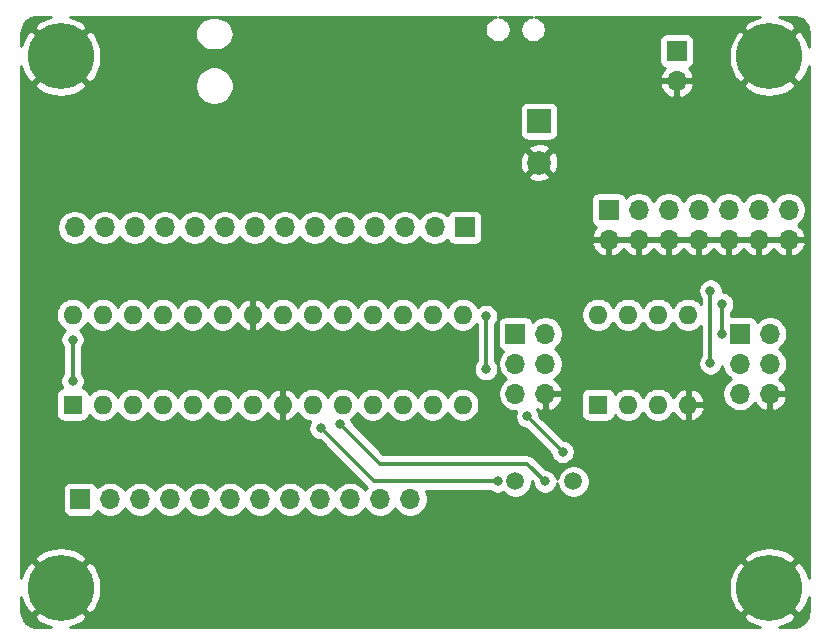
<source format=gbr>
%TF.GenerationSoftware,KiCad,Pcbnew,(5.1.9)-1*%
%TF.CreationDate,2021-07-06T12:17:59+10:00*%
%TF.ProjectId,AVRDevBoardRev1.1,41565244-6576-4426-9f61-726452657631,rev?*%
%TF.SameCoordinates,Original*%
%TF.FileFunction,Copper,L2,Bot*%
%TF.FilePolarity,Positive*%
%FSLAX46Y46*%
G04 Gerber Fmt 4.6, Leading zero omitted, Abs format (unit mm)*
G04 Created by KiCad (PCBNEW (5.1.9)-1) date 2021-07-06 12:17:59*
%MOMM*%
%LPD*%
G01*
G04 APERTURE LIST*
%TA.AperFunction,ComponentPad*%
%ADD10R,2.000000X2.000000*%
%TD*%
%TA.AperFunction,ComponentPad*%
%ADD11C,2.000000*%
%TD*%
%TA.AperFunction,ComponentPad*%
%ADD12C,5.600000*%
%TD*%
%TA.AperFunction,ComponentPad*%
%ADD13R,1.700000X1.700000*%
%TD*%
%TA.AperFunction,ComponentPad*%
%ADD14O,1.700000X1.700000*%
%TD*%
%TA.AperFunction,ComponentPad*%
%ADD15R,1.600000X1.600000*%
%TD*%
%TA.AperFunction,ComponentPad*%
%ADD16O,1.600000X1.600000*%
%TD*%
%TA.AperFunction,ComponentPad*%
%ADD17C,1.500000*%
%TD*%
%TA.AperFunction,ViaPad*%
%ADD18C,0.800000*%
%TD*%
%TA.AperFunction,Conductor*%
%ADD19C,0.300000*%
%TD*%
%TA.AperFunction,Conductor*%
%ADD20C,0.254000*%
%TD*%
%TA.AperFunction,Conductor*%
%ADD21C,0.100000*%
%TD*%
G04 APERTURE END LIST*
D10*
%TO.P,C1,1*%
%TO.N,+5V*%
X127500000Y-94500000D03*
D11*
%TO.P,C1,2*%
%TO.N,GND*%
X127500000Y-98000000D03*
%TD*%
D12*
%TO.P,H1,1*%
%TO.N,GND*%
X147000000Y-89000000D03*
%TD*%
%TO.P,H2,1*%
%TO.N,GND*%
X87000000Y-89000000D03*
%TD*%
%TO.P,H3,1*%
%TO.N,GND*%
X87000000Y-134000000D03*
%TD*%
%TO.P,H4,1*%
%TO.N,GND*%
X147000000Y-134000000D03*
%TD*%
D13*
%TO.P,J1,1*%
%TO.N,Jumper_in*%
X139150000Y-88550000D03*
D14*
%TO.P,J1,2*%
%TO.N,GND*%
X139150000Y-91090000D03*
%TD*%
D13*
%TO.P,J2,1*%
%TO.N,+5V*%
X133380000Y-102000000D03*
D14*
%TO.P,J2,2*%
%TO.N,GND*%
X133380000Y-104540000D03*
%TO.P,J2,3*%
%TO.N,+5V*%
X135920000Y-102000000D03*
%TO.P,J2,4*%
%TO.N,GND*%
X135920000Y-104540000D03*
%TO.P,J2,5*%
%TO.N,+5V*%
X138460000Y-102000000D03*
%TO.P,J2,6*%
%TO.N,GND*%
X138460000Y-104540000D03*
%TO.P,J2,7*%
%TO.N,+5V*%
X141000000Y-102000000D03*
%TO.P,J2,8*%
%TO.N,GND*%
X141000000Y-104540000D03*
%TO.P,J2,9*%
%TO.N,+5V*%
X143540000Y-102000000D03*
%TO.P,J2,10*%
%TO.N,GND*%
X143540000Y-104540000D03*
%TO.P,J2,11*%
%TO.N,+5V*%
X146080000Y-102000000D03*
%TO.P,J2,12*%
%TO.N,GND*%
X146080000Y-104540000D03*
%TO.P,J2,13*%
%TO.N,+5V*%
X148620000Y-102000000D03*
%TO.P,J2,14*%
%TO.N,GND*%
X148620000Y-104540000D03*
%TD*%
D13*
%TO.P,J3,1*%
%TO.N,PD0*%
X88640000Y-126500000D03*
D14*
%TO.P,J3,2*%
%TO.N,PD1*%
X91180000Y-126500000D03*
%TO.P,J3,3*%
%TO.N,PD2*%
X93720000Y-126500000D03*
%TO.P,J3,4*%
%TO.N,PD3*%
X96260000Y-126500000D03*
%TO.P,J3,5*%
%TO.N,PD4*%
X98800000Y-126500000D03*
%TO.P,J3,6*%
%TO.N,PD5*%
X101340000Y-126500000D03*
%TO.P,J3,7*%
%TO.N,PD6*%
X103880000Y-126500000D03*
%TO.P,J3,8*%
%TO.N,PD7*%
X106420000Y-126500000D03*
%TO.P,J3,9*%
%TO.N,PB0_tiny*%
X108960000Y-126500000D03*
%TO.P,J3,10*%
%TO.N,PB1_tiny*%
X111500000Y-126500000D03*
%TO.P,J3,11*%
%TO.N,PB2_tiny*%
X114040000Y-126500000D03*
%TO.P,J3,12*%
%TO.N,RST*%
X116580000Y-126500000D03*
%TD*%
D13*
%TO.P,J4,1*%
%TO.N,PB0*%
X121200000Y-103500000D03*
D14*
%TO.P,J4,2*%
%TO.N,PB1*%
X118660000Y-103500000D03*
%TO.P,J4,3*%
%TO.N,PB2*%
X116120000Y-103500000D03*
%TO.P,J4,4*%
%TO.N,PB3*%
X113580000Y-103500000D03*
%TO.P,J4,5*%
%TO.N,PB4*%
X111040000Y-103500000D03*
%TO.P,J4,6*%
%TO.N,PB5*%
X108500000Y-103500000D03*
%TO.P,J4,7*%
%TO.N,AREF*%
X105960000Y-103500000D03*
%TO.P,J4,8*%
%TO.N,PC0*%
X103420000Y-103500000D03*
%TO.P,J4,9*%
%TO.N,PC1*%
X100880000Y-103500000D03*
%TO.P,J4,10*%
%TO.N,PC2*%
X98340000Y-103500000D03*
%TO.P,J4,11*%
%TO.N,PC3*%
X95800000Y-103500000D03*
%TO.P,J4,12*%
%TO.N,PC4*%
X93260000Y-103500000D03*
%TO.P,J4,13*%
%TO.N,PC5*%
X90720000Y-103500000D03*
%TO.P,J4,14*%
%TO.N,RST*%
X88180000Y-103500000D03*
%TD*%
%TO.P,J6,6*%
%TO.N,GND*%
X128040000Y-117580000D03*
%TO.P,J6,5*%
%TO.N,RST*%
X125500000Y-117580000D03*
%TO.P,J6,4*%
%TO.N,PB3*%
X128040000Y-115040000D03*
%TO.P,J6,3*%
%TO.N,PB5*%
X125500000Y-115040000D03*
%TO.P,J6,2*%
%TO.N,+5V*%
X128040000Y-112500000D03*
D13*
%TO.P,J6,1*%
%TO.N,PB4*%
X125500000Y-112500000D03*
%TD*%
%TO.P,J7,1*%
%TO.N,PB1_tiny*%
X144500000Y-112500000D03*
D14*
%TO.P,J7,2*%
%TO.N,+5V*%
X147040000Y-112500000D03*
%TO.P,J7,3*%
%TO.N,PB2_tiny*%
X144500000Y-115040000D03*
%TO.P,J7,4*%
%TO.N,PB0_tiny*%
X147040000Y-115040000D03*
%TO.P,J7,5*%
%TO.N,RST*%
X144500000Y-117580000D03*
%TO.P,J7,6*%
%TO.N,GND*%
X147040000Y-117580000D03*
%TD*%
D15*
%TO.P,U2,1*%
%TO.N,RST*%
X132500000Y-118500000D03*
D16*
%TO.P,U2,5*%
%TO.N,PB0_tiny*%
X140120000Y-110880000D03*
%TO.P,U2,2*%
%TO.N,XTAL1*%
X135040000Y-118500000D03*
%TO.P,U2,6*%
%TO.N,PB1_tiny*%
X137580000Y-110880000D03*
%TO.P,U2,3*%
%TO.N,XTAL2*%
X137580000Y-118500000D03*
%TO.P,U2,7*%
%TO.N,PB2_tiny*%
X135040000Y-110880000D03*
%TO.P,U2,4*%
%TO.N,GND*%
X140120000Y-118500000D03*
%TO.P,U2,8*%
%TO.N,+5V*%
X132500000Y-110880000D03*
%TD*%
D15*
%TO.P,U3,1*%
%TO.N,RST*%
X88000000Y-118500000D03*
D16*
%TO.P,U3,15*%
%TO.N,PB1*%
X121020000Y-110880000D03*
%TO.P,U3,2*%
%TO.N,PD0*%
X90540000Y-118500000D03*
%TO.P,U3,16*%
%TO.N,PB2*%
X118480000Y-110880000D03*
%TO.P,U3,3*%
%TO.N,PD1*%
X93080000Y-118500000D03*
%TO.P,U3,17*%
%TO.N,PB3*%
X115940000Y-110880000D03*
%TO.P,U3,4*%
%TO.N,PD2*%
X95620000Y-118500000D03*
%TO.P,U3,18*%
%TO.N,PB4*%
X113400000Y-110880000D03*
%TO.P,U3,5*%
%TO.N,PD3*%
X98160000Y-118500000D03*
%TO.P,U3,19*%
%TO.N,PB5*%
X110860000Y-110880000D03*
%TO.P,U3,6*%
%TO.N,PD4*%
X100700000Y-118500000D03*
%TO.P,U3,20*%
%TO.N,+5V*%
X108320000Y-110880000D03*
%TO.P,U3,7*%
X103240000Y-118500000D03*
%TO.P,U3,21*%
%TO.N,AREF*%
X105780000Y-110880000D03*
%TO.P,U3,8*%
%TO.N,GND*%
X105780000Y-118500000D03*
%TO.P,U3,22*%
X103240000Y-110880000D03*
%TO.P,U3,9*%
%TO.N,XTAL1*%
X108320000Y-118500000D03*
%TO.P,U3,23*%
%TO.N,PC0*%
X100700000Y-110880000D03*
%TO.P,U3,10*%
%TO.N,XTAL2*%
X110860000Y-118500000D03*
%TO.P,U3,24*%
%TO.N,PC1*%
X98160000Y-110880000D03*
%TO.P,U3,11*%
%TO.N,PD5*%
X113400000Y-118500000D03*
%TO.P,U3,25*%
%TO.N,PC2*%
X95620000Y-110880000D03*
%TO.P,U3,12*%
%TO.N,PD6*%
X115940000Y-118500000D03*
%TO.P,U3,26*%
%TO.N,PC3*%
X93080000Y-110880000D03*
%TO.P,U3,13*%
%TO.N,PD7*%
X118480000Y-118500000D03*
%TO.P,U3,27*%
%TO.N,PC4*%
X90540000Y-110880000D03*
%TO.P,U3,14*%
%TO.N,PB0*%
X121020000Y-118500000D03*
%TO.P,U3,28*%
%TO.N,PC5*%
X88000000Y-110880000D03*
%TD*%
D17*
%TO.P,Y1,1*%
%TO.N,XTAL1*%
X125500000Y-125000000D03*
%TO.P,Y1,2*%
%TO.N,XTAL2*%
X130400000Y-125000000D03*
%TD*%
D18*
%TO.N,GND*%
X136000000Y-108000000D03*
X132000000Y-106000000D03*
X149000000Y-106500000D03*
X137000000Y-91250000D03*
X147000000Y-119750000D03*
X136500000Y-124500000D03*
X130500000Y-132250000D03*
X125500000Y-132250000D03*
X128000000Y-108500000D03*
X107500000Y-135750000D03*
X96500000Y-135750000D03*
X104250000Y-106250000D03*
X110250000Y-106000000D03*
X103250000Y-109250000D03*
X128000000Y-119500000D03*
X140250000Y-120250000D03*
X105750000Y-120250000D03*
X91700000Y-87100000D03*
X91800000Y-93000000D03*
X112900000Y-86400000D03*
X118500000Y-86400000D03*
X127500000Y-100500000D03*
X145500000Y-96500000D03*
X121000000Y-91500000D03*
%TO.N,XTAL1*%
X124000000Y-125000000D03*
X109000000Y-120500000D03*
%TO.N,XTAL2*%
X128000000Y-125000000D03*
X110669669Y-120169669D03*
%TO.N,PB1_tiny*%
X143000000Y-112500000D03*
X143000000Y-110000000D03*
%TO.N,PB2_tiny*%
X142000000Y-115000000D03*
X142000000Y-108850001D03*
%TO.N,RST*%
X126500000Y-119500000D03*
X129500000Y-122500000D03*
X88000000Y-116500000D03*
X88000000Y-113000000D03*
%TO.N,PB0*%
X123000000Y-111000000D03*
X123000000Y-115500000D03*
%TD*%
D19*
%TO.N,XTAL1*%
X113500000Y-125000000D02*
X109000000Y-120500000D01*
X124000000Y-125000000D02*
X113500000Y-125000000D01*
%TO.N,XTAL2*%
X128000000Y-125000000D02*
X126500000Y-123500000D01*
X114000000Y-123500000D02*
X110669669Y-120169669D01*
X126500000Y-123500000D02*
X114000000Y-123500000D01*
%TO.N,PB1_tiny*%
X143000000Y-112500000D02*
X143000000Y-110000000D01*
%TO.N,PB2_tiny*%
X142000000Y-115000000D02*
X142000000Y-108850001D01*
%TO.N,RST*%
X126500000Y-119500000D02*
X129500000Y-122500000D01*
X88000000Y-116500000D02*
X88000000Y-113000000D01*
%TO.N,PB0*%
X123000000Y-114000000D02*
X123000000Y-111000000D01*
X123000000Y-115500000D02*
X123000000Y-114000000D01*
%TD*%
D20*
%TO.N,GND*%
X85686994Y-85807870D02*
X85089470Y-86125361D01*
X85075308Y-86134823D01*
X84763124Y-86583519D01*
X87000000Y-88820395D01*
X89236876Y-86583519D01*
X88924692Y-86134823D01*
X88328741Y-85814388D01*
X87824276Y-85660000D01*
X123868000Y-85660000D01*
X123683517Y-85696696D01*
X123486060Y-85778485D01*
X123308353Y-85897225D01*
X123157225Y-86048353D01*
X123038485Y-86226060D01*
X122956696Y-86423517D01*
X122915000Y-86633137D01*
X122915000Y-86846863D01*
X122956696Y-87056483D01*
X123038485Y-87253940D01*
X123157225Y-87431647D01*
X123308353Y-87582775D01*
X123486060Y-87701515D01*
X123683517Y-87783304D01*
X123893137Y-87825000D01*
X124106863Y-87825000D01*
X124316483Y-87783304D01*
X124513940Y-87701515D01*
X124691647Y-87582775D01*
X124842775Y-87431647D01*
X124961515Y-87253940D01*
X125043304Y-87056483D01*
X125085000Y-86846863D01*
X125085000Y-86633137D01*
X125043304Y-86423517D01*
X124961515Y-86226060D01*
X124842775Y-86048353D01*
X124691647Y-85897225D01*
X124513940Y-85778485D01*
X124316483Y-85696696D01*
X124132000Y-85660000D01*
X126868000Y-85660000D01*
X126683517Y-85696696D01*
X126486060Y-85778485D01*
X126308353Y-85897225D01*
X126157225Y-86048353D01*
X126038485Y-86226060D01*
X125956696Y-86423517D01*
X125915000Y-86633137D01*
X125915000Y-86846863D01*
X125956696Y-87056483D01*
X126038485Y-87253940D01*
X126157225Y-87431647D01*
X126308353Y-87582775D01*
X126486060Y-87701515D01*
X126683517Y-87783304D01*
X126893137Y-87825000D01*
X127106863Y-87825000D01*
X127316483Y-87783304D01*
X127513940Y-87701515D01*
X127516207Y-87700000D01*
X137661928Y-87700000D01*
X137661928Y-89400000D01*
X137674188Y-89524482D01*
X137710498Y-89644180D01*
X137769463Y-89754494D01*
X137848815Y-89851185D01*
X137945506Y-89930537D01*
X138055820Y-89989502D01*
X138136466Y-90013966D01*
X138052412Y-90089731D01*
X137878359Y-90323080D01*
X137753175Y-90585901D01*
X137708524Y-90733110D01*
X137829845Y-90963000D01*
X139023000Y-90963000D01*
X139023000Y-90943000D01*
X139277000Y-90943000D01*
X139277000Y-90963000D01*
X140470155Y-90963000D01*
X140591476Y-90733110D01*
X140546825Y-90585901D01*
X140421641Y-90323080D01*
X140247588Y-90089731D01*
X140163534Y-90013966D01*
X140244180Y-89989502D01*
X140354494Y-89930537D01*
X140451185Y-89851185D01*
X140530537Y-89754494D01*
X140589502Y-89644180D01*
X140625812Y-89524482D01*
X140638072Y-89400000D01*
X140638072Y-88991484D01*
X143548390Y-88991484D01*
X143613051Y-89665023D01*
X143807870Y-90313006D01*
X144125361Y-90910530D01*
X144134823Y-90924692D01*
X144583519Y-91236876D01*
X146820395Y-89000000D01*
X144583519Y-86763124D01*
X144134823Y-87075308D01*
X143814388Y-87671259D01*
X143616374Y-88318273D01*
X143548390Y-88991484D01*
X140638072Y-88991484D01*
X140638072Y-87700000D01*
X140625812Y-87575518D01*
X140589502Y-87455820D01*
X140530537Y-87345506D01*
X140451185Y-87248815D01*
X140354494Y-87169463D01*
X140244180Y-87110498D01*
X140124482Y-87074188D01*
X140000000Y-87061928D01*
X138300000Y-87061928D01*
X138175518Y-87074188D01*
X138055820Y-87110498D01*
X137945506Y-87169463D01*
X137848815Y-87248815D01*
X137769463Y-87345506D01*
X137710498Y-87455820D01*
X137674188Y-87575518D01*
X137661928Y-87700000D01*
X127516207Y-87700000D01*
X127691647Y-87582775D01*
X127842775Y-87431647D01*
X127961515Y-87253940D01*
X128043304Y-87056483D01*
X128085000Y-86846863D01*
X128085000Y-86633137D01*
X128043304Y-86423517D01*
X127961515Y-86226060D01*
X127842775Y-86048353D01*
X127691647Y-85897225D01*
X127513940Y-85778485D01*
X127316483Y-85696696D01*
X127132000Y-85660000D01*
X146178821Y-85660000D01*
X145686994Y-85807870D01*
X145089470Y-86125361D01*
X145075308Y-86134823D01*
X144763124Y-86583519D01*
X147000000Y-88820395D01*
X149236876Y-86583519D01*
X148924692Y-86134823D01*
X148328741Y-85814388D01*
X147824276Y-85660000D01*
X148967721Y-85660000D01*
X149259659Y-85688625D01*
X149509429Y-85764035D01*
X149739792Y-85886522D01*
X149941980Y-86051422D01*
X150108286Y-86252450D01*
X150232378Y-86481954D01*
X150309531Y-86731195D01*
X150340000Y-87021088D01*
X150340000Y-88178821D01*
X150192130Y-87686994D01*
X149874639Y-87089470D01*
X149865177Y-87075308D01*
X149416481Y-86763124D01*
X147179605Y-89000000D01*
X149416481Y-91236876D01*
X149865177Y-90924692D01*
X150185612Y-90328741D01*
X150340000Y-89824275D01*
X150340001Y-133178824D01*
X150192130Y-132686994D01*
X149874639Y-132089470D01*
X149865177Y-132075308D01*
X149416481Y-131763124D01*
X147179605Y-134000000D01*
X149416481Y-136236876D01*
X149865177Y-135924692D01*
X150185612Y-135328741D01*
X150340001Y-134824272D01*
X150340001Y-135967711D01*
X150311375Y-136259660D01*
X150235965Y-136509429D01*
X150113477Y-136739794D01*
X149948579Y-136941979D01*
X149747546Y-137108288D01*
X149518046Y-137232378D01*
X149268805Y-137309531D01*
X148978911Y-137340000D01*
X147821179Y-137340000D01*
X148313006Y-137192130D01*
X148910530Y-136874639D01*
X148924692Y-136865177D01*
X149236876Y-136416481D01*
X147000000Y-134179605D01*
X144763124Y-136416481D01*
X145075308Y-136865177D01*
X145671259Y-137185612D01*
X146175724Y-137340000D01*
X87821179Y-137340000D01*
X88313006Y-137192130D01*
X88910530Y-136874639D01*
X88924692Y-136865177D01*
X89236876Y-136416481D01*
X87000000Y-134179605D01*
X84763124Y-136416481D01*
X85075308Y-136865177D01*
X85671259Y-137185612D01*
X86175724Y-137340000D01*
X85032279Y-137340000D01*
X84740340Y-137311375D01*
X84490571Y-137235965D01*
X84260206Y-137113477D01*
X84058021Y-136948579D01*
X83891712Y-136747546D01*
X83767622Y-136518046D01*
X83690469Y-136268805D01*
X83660000Y-135978911D01*
X83660000Y-134821179D01*
X83807870Y-135313006D01*
X84125361Y-135910530D01*
X84134823Y-135924692D01*
X84583519Y-136236876D01*
X86820395Y-134000000D01*
X87179605Y-134000000D01*
X89416481Y-136236876D01*
X89865177Y-135924692D01*
X90185612Y-135328741D01*
X90383626Y-134681727D01*
X90451610Y-134008516D01*
X90449975Y-133991484D01*
X143548390Y-133991484D01*
X143613051Y-134665023D01*
X143807870Y-135313006D01*
X144125361Y-135910530D01*
X144134823Y-135924692D01*
X144583519Y-136236876D01*
X146820395Y-134000000D01*
X144583519Y-131763124D01*
X144134823Y-132075308D01*
X143814388Y-132671259D01*
X143616374Y-133318273D01*
X143548390Y-133991484D01*
X90449975Y-133991484D01*
X90386949Y-133334977D01*
X90192130Y-132686994D01*
X89874639Y-132089470D01*
X89865177Y-132075308D01*
X89416481Y-131763124D01*
X87179605Y-134000000D01*
X86820395Y-134000000D01*
X84583519Y-131763124D01*
X84134823Y-132075308D01*
X83814388Y-132671259D01*
X83660000Y-133175724D01*
X83660000Y-131583519D01*
X84763124Y-131583519D01*
X87000000Y-133820395D01*
X89236876Y-131583519D01*
X144763124Y-131583519D01*
X147000000Y-133820395D01*
X149236876Y-131583519D01*
X148924692Y-131134823D01*
X148328741Y-130814388D01*
X147681727Y-130616374D01*
X147008516Y-130548390D01*
X146334977Y-130613051D01*
X145686994Y-130807870D01*
X145089470Y-131125361D01*
X145075308Y-131134823D01*
X144763124Y-131583519D01*
X89236876Y-131583519D01*
X88924692Y-131134823D01*
X88328741Y-130814388D01*
X87681727Y-130616374D01*
X87008516Y-130548390D01*
X86334977Y-130613051D01*
X85686994Y-130807870D01*
X85089470Y-131125361D01*
X85075308Y-131134823D01*
X84763124Y-131583519D01*
X83660000Y-131583519D01*
X83660000Y-125650000D01*
X87151928Y-125650000D01*
X87151928Y-127350000D01*
X87164188Y-127474482D01*
X87200498Y-127594180D01*
X87259463Y-127704494D01*
X87338815Y-127801185D01*
X87435506Y-127880537D01*
X87545820Y-127939502D01*
X87665518Y-127975812D01*
X87790000Y-127988072D01*
X89490000Y-127988072D01*
X89614482Y-127975812D01*
X89734180Y-127939502D01*
X89844494Y-127880537D01*
X89941185Y-127801185D01*
X90020537Y-127704494D01*
X90079502Y-127594180D01*
X90101513Y-127521620D01*
X90233368Y-127653475D01*
X90476589Y-127815990D01*
X90746842Y-127927932D01*
X91033740Y-127985000D01*
X91326260Y-127985000D01*
X91613158Y-127927932D01*
X91883411Y-127815990D01*
X92126632Y-127653475D01*
X92333475Y-127446632D01*
X92450000Y-127272240D01*
X92566525Y-127446632D01*
X92773368Y-127653475D01*
X93016589Y-127815990D01*
X93286842Y-127927932D01*
X93573740Y-127985000D01*
X93866260Y-127985000D01*
X94153158Y-127927932D01*
X94423411Y-127815990D01*
X94666632Y-127653475D01*
X94873475Y-127446632D01*
X94990000Y-127272240D01*
X95106525Y-127446632D01*
X95313368Y-127653475D01*
X95556589Y-127815990D01*
X95826842Y-127927932D01*
X96113740Y-127985000D01*
X96406260Y-127985000D01*
X96693158Y-127927932D01*
X96963411Y-127815990D01*
X97206632Y-127653475D01*
X97413475Y-127446632D01*
X97530000Y-127272240D01*
X97646525Y-127446632D01*
X97853368Y-127653475D01*
X98096589Y-127815990D01*
X98366842Y-127927932D01*
X98653740Y-127985000D01*
X98946260Y-127985000D01*
X99233158Y-127927932D01*
X99503411Y-127815990D01*
X99746632Y-127653475D01*
X99953475Y-127446632D01*
X100070000Y-127272240D01*
X100186525Y-127446632D01*
X100393368Y-127653475D01*
X100636589Y-127815990D01*
X100906842Y-127927932D01*
X101193740Y-127985000D01*
X101486260Y-127985000D01*
X101773158Y-127927932D01*
X102043411Y-127815990D01*
X102286632Y-127653475D01*
X102493475Y-127446632D01*
X102610000Y-127272240D01*
X102726525Y-127446632D01*
X102933368Y-127653475D01*
X103176589Y-127815990D01*
X103446842Y-127927932D01*
X103733740Y-127985000D01*
X104026260Y-127985000D01*
X104313158Y-127927932D01*
X104583411Y-127815990D01*
X104826632Y-127653475D01*
X105033475Y-127446632D01*
X105150000Y-127272240D01*
X105266525Y-127446632D01*
X105473368Y-127653475D01*
X105716589Y-127815990D01*
X105986842Y-127927932D01*
X106273740Y-127985000D01*
X106566260Y-127985000D01*
X106853158Y-127927932D01*
X107123411Y-127815990D01*
X107366632Y-127653475D01*
X107573475Y-127446632D01*
X107690000Y-127272240D01*
X107806525Y-127446632D01*
X108013368Y-127653475D01*
X108256589Y-127815990D01*
X108526842Y-127927932D01*
X108813740Y-127985000D01*
X109106260Y-127985000D01*
X109393158Y-127927932D01*
X109663411Y-127815990D01*
X109906632Y-127653475D01*
X110113475Y-127446632D01*
X110230000Y-127272240D01*
X110346525Y-127446632D01*
X110553368Y-127653475D01*
X110796589Y-127815990D01*
X111066842Y-127927932D01*
X111353740Y-127985000D01*
X111646260Y-127985000D01*
X111933158Y-127927932D01*
X112203411Y-127815990D01*
X112446632Y-127653475D01*
X112653475Y-127446632D01*
X112770000Y-127272240D01*
X112886525Y-127446632D01*
X113093368Y-127653475D01*
X113336589Y-127815990D01*
X113606842Y-127927932D01*
X113893740Y-127985000D01*
X114186260Y-127985000D01*
X114473158Y-127927932D01*
X114743411Y-127815990D01*
X114986632Y-127653475D01*
X115193475Y-127446632D01*
X115310000Y-127272240D01*
X115426525Y-127446632D01*
X115633368Y-127653475D01*
X115876589Y-127815990D01*
X116146842Y-127927932D01*
X116433740Y-127985000D01*
X116726260Y-127985000D01*
X117013158Y-127927932D01*
X117283411Y-127815990D01*
X117526632Y-127653475D01*
X117733475Y-127446632D01*
X117895990Y-127203411D01*
X118007932Y-126933158D01*
X118065000Y-126646260D01*
X118065000Y-126353740D01*
X118007932Y-126066842D01*
X117895990Y-125796589D01*
X117888246Y-125785000D01*
X123321289Y-125785000D01*
X123340226Y-125803937D01*
X123509744Y-125917205D01*
X123698102Y-125995226D01*
X123898061Y-126035000D01*
X124101939Y-126035000D01*
X124301898Y-125995226D01*
X124467815Y-125926500D01*
X124617114Y-126075799D01*
X124843957Y-126227371D01*
X125096011Y-126331775D01*
X125363589Y-126385000D01*
X125636411Y-126385000D01*
X125903989Y-126331775D01*
X126156043Y-126227371D01*
X126382886Y-126075799D01*
X126575799Y-125882886D01*
X126727371Y-125656043D01*
X126831775Y-125403989D01*
X126885000Y-125136411D01*
X126885000Y-124995158D01*
X126965000Y-125075158D01*
X126965000Y-125101939D01*
X127004774Y-125301898D01*
X127082795Y-125490256D01*
X127196063Y-125659774D01*
X127340226Y-125803937D01*
X127509744Y-125917205D01*
X127698102Y-125995226D01*
X127898061Y-126035000D01*
X128101939Y-126035000D01*
X128301898Y-125995226D01*
X128490256Y-125917205D01*
X128659774Y-125803937D01*
X128803937Y-125659774D01*
X128917205Y-125490256D01*
X128995226Y-125301898D01*
X129021572Y-125169449D01*
X129068225Y-125403989D01*
X129172629Y-125656043D01*
X129324201Y-125882886D01*
X129517114Y-126075799D01*
X129743957Y-126227371D01*
X129996011Y-126331775D01*
X130263589Y-126385000D01*
X130536411Y-126385000D01*
X130803989Y-126331775D01*
X131056043Y-126227371D01*
X131282886Y-126075799D01*
X131475799Y-125882886D01*
X131627371Y-125656043D01*
X131731775Y-125403989D01*
X131785000Y-125136411D01*
X131785000Y-124863589D01*
X131731775Y-124596011D01*
X131627371Y-124343957D01*
X131475799Y-124117114D01*
X131282886Y-123924201D01*
X131056043Y-123772629D01*
X130803989Y-123668225D01*
X130536411Y-123615000D01*
X130263589Y-123615000D01*
X129996011Y-123668225D01*
X129743957Y-123772629D01*
X129517114Y-123924201D01*
X129324201Y-124117114D01*
X129172629Y-124343957D01*
X129068225Y-124596011D01*
X129021572Y-124830551D01*
X128995226Y-124698102D01*
X128917205Y-124509744D01*
X128803937Y-124340226D01*
X128659774Y-124196063D01*
X128490256Y-124082795D01*
X128301898Y-124004774D01*
X128101939Y-123965000D01*
X128075158Y-123965000D01*
X127082347Y-122972190D01*
X127057764Y-122942236D01*
X126938233Y-122844138D01*
X126801860Y-122771246D01*
X126653887Y-122726359D01*
X126538561Y-122715000D01*
X126538553Y-122715000D01*
X126500000Y-122711203D01*
X126461447Y-122715000D01*
X114325158Y-122715000D01*
X111704669Y-120094512D01*
X111704669Y-120067730D01*
X111664895Y-119867771D01*
X111606588Y-119727005D01*
X111774759Y-119614637D01*
X111974637Y-119414759D01*
X112130000Y-119182241D01*
X112285363Y-119414759D01*
X112485241Y-119614637D01*
X112720273Y-119771680D01*
X112981426Y-119879853D01*
X113258665Y-119935000D01*
X113541335Y-119935000D01*
X113818574Y-119879853D01*
X114079727Y-119771680D01*
X114314759Y-119614637D01*
X114514637Y-119414759D01*
X114670000Y-119182241D01*
X114825363Y-119414759D01*
X115025241Y-119614637D01*
X115260273Y-119771680D01*
X115521426Y-119879853D01*
X115798665Y-119935000D01*
X116081335Y-119935000D01*
X116358574Y-119879853D01*
X116619727Y-119771680D01*
X116854759Y-119614637D01*
X117054637Y-119414759D01*
X117210000Y-119182241D01*
X117365363Y-119414759D01*
X117565241Y-119614637D01*
X117800273Y-119771680D01*
X118061426Y-119879853D01*
X118338665Y-119935000D01*
X118621335Y-119935000D01*
X118898574Y-119879853D01*
X119159727Y-119771680D01*
X119394759Y-119614637D01*
X119594637Y-119414759D01*
X119750000Y-119182241D01*
X119905363Y-119414759D01*
X120105241Y-119614637D01*
X120340273Y-119771680D01*
X120601426Y-119879853D01*
X120878665Y-119935000D01*
X121161335Y-119935000D01*
X121438574Y-119879853D01*
X121699727Y-119771680D01*
X121934759Y-119614637D01*
X122134637Y-119414759D01*
X122291680Y-119179727D01*
X122399853Y-118918574D01*
X122455000Y-118641335D01*
X122455000Y-118358665D01*
X122399853Y-118081426D01*
X122291680Y-117820273D01*
X122134637Y-117585241D01*
X121934759Y-117385363D01*
X121699727Y-117228320D01*
X121438574Y-117120147D01*
X121161335Y-117065000D01*
X120878665Y-117065000D01*
X120601426Y-117120147D01*
X120340273Y-117228320D01*
X120105241Y-117385363D01*
X119905363Y-117585241D01*
X119750000Y-117817759D01*
X119594637Y-117585241D01*
X119394759Y-117385363D01*
X119159727Y-117228320D01*
X118898574Y-117120147D01*
X118621335Y-117065000D01*
X118338665Y-117065000D01*
X118061426Y-117120147D01*
X117800273Y-117228320D01*
X117565241Y-117385363D01*
X117365363Y-117585241D01*
X117210000Y-117817759D01*
X117054637Y-117585241D01*
X116854759Y-117385363D01*
X116619727Y-117228320D01*
X116358574Y-117120147D01*
X116081335Y-117065000D01*
X115798665Y-117065000D01*
X115521426Y-117120147D01*
X115260273Y-117228320D01*
X115025241Y-117385363D01*
X114825363Y-117585241D01*
X114670000Y-117817759D01*
X114514637Y-117585241D01*
X114314759Y-117385363D01*
X114079727Y-117228320D01*
X113818574Y-117120147D01*
X113541335Y-117065000D01*
X113258665Y-117065000D01*
X112981426Y-117120147D01*
X112720273Y-117228320D01*
X112485241Y-117385363D01*
X112285363Y-117585241D01*
X112130000Y-117817759D01*
X111974637Y-117585241D01*
X111774759Y-117385363D01*
X111539727Y-117228320D01*
X111278574Y-117120147D01*
X111001335Y-117065000D01*
X110718665Y-117065000D01*
X110441426Y-117120147D01*
X110180273Y-117228320D01*
X109945241Y-117385363D01*
X109745363Y-117585241D01*
X109590000Y-117817759D01*
X109434637Y-117585241D01*
X109234759Y-117385363D01*
X108999727Y-117228320D01*
X108738574Y-117120147D01*
X108461335Y-117065000D01*
X108178665Y-117065000D01*
X107901426Y-117120147D01*
X107640273Y-117228320D01*
X107405241Y-117385363D01*
X107205363Y-117585241D01*
X107048320Y-117820273D01*
X107043933Y-117830865D01*
X106932385Y-117644869D01*
X106743414Y-117436481D01*
X106517420Y-117268963D01*
X106263087Y-117148754D01*
X106129039Y-117108096D01*
X105907000Y-117230085D01*
X105907000Y-118373000D01*
X105927000Y-118373000D01*
X105927000Y-118627000D01*
X105907000Y-118627000D01*
X105907000Y-119769915D01*
X106129039Y-119891904D01*
X106263087Y-119851246D01*
X106517420Y-119731037D01*
X106743414Y-119563519D01*
X106932385Y-119355131D01*
X107043933Y-119169135D01*
X107048320Y-119179727D01*
X107205363Y-119414759D01*
X107405241Y-119614637D01*
X107640273Y-119771680D01*
X107901426Y-119879853D01*
X108138125Y-119926936D01*
X108082795Y-120009744D01*
X108004774Y-120198102D01*
X107965000Y-120398061D01*
X107965000Y-120601939D01*
X108004774Y-120801898D01*
X108082795Y-120990256D01*
X108196063Y-121159774D01*
X108340226Y-121303937D01*
X108509744Y-121417205D01*
X108698102Y-121495226D01*
X108898061Y-121535000D01*
X108924843Y-121535000D01*
X112914868Y-125525025D01*
X112886525Y-125553368D01*
X112770000Y-125727760D01*
X112653475Y-125553368D01*
X112446632Y-125346525D01*
X112203411Y-125184010D01*
X111933158Y-125072068D01*
X111646260Y-125015000D01*
X111353740Y-125015000D01*
X111066842Y-125072068D01*
X110796589Y-125184010D01*
X110553368Y-125346525D01*
X110346525Y-125553368D01*
X110230000Y-125727760D01*
X110113475Y-125553368D01*
X109906632Y-125346525D01*
X109663411Y-125184010D01*
X109393158Y-125072068D01*
X109106260Y-125015000D01*
X108813740Y-125015000D01*
X108526842Y-125072068D01*
X108256589Y-125184010D01*
X108013368Y-125346525D01*
X107806525Y-125553368D01*
X107690000Y-125727760D01*
X107573475Y-125553368D01*
X107366632Y-125346525D01*
X107123411Y-125184010D01*
X106853158Y-125072068D01*
X106566260Y-125015000D01*
X106273740Y-125015000D01*
X105986842Y-125072068D01*
X105716589Y-125184010D01*
X105473368Y-125346525D01*
X105266525Y-125553368D01*
X105150000Y-125727760D01*
X105033475Y-125553368D01*
X104826632Y-125346525D01*
X104583411Y-125184010D01*
X104313158Y-125072068D01*
X104026260Y-125015000D01*
X103733740Y-125015000D01*
X103446842Y-125072068D01*
X103176589Y-125184010D01*
X102933368Y-125346525D01*
X102726525Y-125553368D01*
X102610000Y-125727760D01*
X102493475Y-125553368D01*
X102286632Y-125346525D01*
X102043411Y-125184010D01*
X101773158Y-125072068D01*
X101486260Y-125015000D01*
X101193740Y-125015000D01*
X100906842Y-125072068D01*
X100636589Y-125184010D01*
X100393368Y-125346525D01*
X100186525Y-125553368D01*
X100070000Y-125727760D01*
X99953475Y-125553368D01*
X99746632Y-125346525D01*
X99503411Y-125184010D01*
X99233158Y-125072068D01*
X98946260Y-125015000D01*
X98653740Y-125015000D01*
X98366842Y-125072068D01*
X98096589Y-125184010D01*
X97853368Y-125346525D01*
X97646525Y-125553368D01*
X97530000Y-125727760D01*
X97413475Y-125553368D01*
X97206632Y-125346525D01*
X96963411Y-125184010D01*
X96693158Y-125072068D01*
X96406260Y-125015000D01*
X96113740Y-125015000D01*
X95826842Y-125072068D01*
X95556589Y-125184010D01*
X95313368Y-125346525D01*
X95106525Y-125553368D01*
X94990000Y-125727760D01*
X94873475Y-125553368D01*
X94666632Y-125346525D01*
X94423411Y-125184010D01*
X94153158Y-125072068D01*
X93866260Y-125015000D01*
X93573740Y-125015000D01*
X93286842Y-125072068D01*
X93016589Y-125184010D01*
X92773368Y-125346525D01*
X92566525Y-125553368D01*
X92450000Y-125727760D01*
X92333475Y-125553368D01*
X92126632Y-125346525D01*
X91883411Y-125184010D01*
X91613158Y-125072068D01*
X91326260Y-125015000D01*
X91033740Y-125015000D01*
X90746842Y-125072068D01*
X90476589Y-125184010D01*
X90233368Y-125346525D01*
X90101513Y-125478380D01*
X90079502Y-125405820D01*
X90020537Y-125295506D01*
X89941185Y-125198815D01*
X89844494Y-125119463D01*
X89734180Y-125060498D01*
X89614482Y-125024188D01*
X89490000Y-125011928D01*
X87790000Y-125011928D01*
X87665518Y-125024188D01*
X87545820Y-125060498D01*
X87435506Y-125119463D01*
X87338815Y-125198815D01*
X87259463Y-125295506D01*
X87200498Y-125405820D01*
X87164188Y-125525518D01*
X87151928Y-125650000D01*
X83660000Y-125650000D01*
X83660000Y-117700000D01*
X86561928Y-117700000D01*
X86561928Y-119300000D01*
X86574188Y-119424482D01*
X86610498Y-119544180D01*
X86669463Y-119654494D01*
X86748815Y-119751185D01*
X86845506Y-119830537D01*
X86955820Y-119889502D01*
X87075518Y-119925812D01*
X87200000Y-119938072D01*
X88800000Y-119938072D01*
X88924482Y-119925812D01*
X89044180Y-119889502D01*
X89154494Y-119830537D01*
X89251185Y-119751185D01*
X89330537Y-119654494D01*
X89389502Y-119544180D01*
X89425812Y-119424482D01*
X89426643Y-119416039D01*
X89625241Y-119614637D01*
X89860273Y-119771680D01*
X90121426Y-119879853D01*
X90398665Y-119935000D01*
X90681335Y-119935000D01*
X90958574Y-119879853D01*
X91219727Y-119771680D01*
X91454759Y-119614637D01*
X91654637Y-119414759D01*
X91810000Y-119182241D01*
X91965363Y-119414759D01*
X92165241Y-119614637D01*
X92400273Y-119771680D01*
X92661426Y-119879853D01*
X92938665Y-119935000D01*
X93221335Y-119935000D01*
X93498574Y-119879853D01*
X93759727Y-119771680D01*
X93994759Y-119614637D01*
X94194637Y-119414759D01*
X94350000Y-119182241D01*
X94505363Y-119414759D01*
X94705241Y-119614637D01*
X94940273Y-119771680D01*
X95201426Y-119879853D01*
X95478665Y-119935000D01*
X95761335Y-119935000D01*
X96038574Y-119879853D01*
X96299727Y-119771680D01*
X96534759Y-119614637D01*
X96734637Y-119414759D01*
X96890000Y-119182241D01*
X97045363Y-119414759D01*
X97245241Y-119614637D01*
X97480273Y-119771680D01*
X97741426Y-119879853D01*
X98018665Y-119935000D01*
X98301335Y-119935000D01*
X98578574Y-119879853D01*
X98839727Y-119771680D01*
X99074759Y-119614637D01*
X99274637Y-119414759D01*
X99430000Y-119182241D01*
X99585363Y-119414759D01*
X99785241Y-119614637D01*
X100020273Y-119771680D01*
X100281426Y-119879853D01*
X100558665Y-119935000D01*
X100841335Y-119935000D01*
X101118574Y-119879853D01*
X101379727Y-119771680D01*
X101614759Y-119614637D01*
X101814637Y-119414759D01*
X101970000Y-119182241D01*
X102125363Y-119414759D01*
X102325241Y-119614637D01*
X102560273Y-119771680D01*
X102821426Y-119879853D01*
X103098665Y-119935000D01*
X103381335Y-119935000D01*
X103658574Y-119879853D01*
X103919727Y-119771680D01*
X104154759Y-119614637D01*
X104354637Y-119414759D01*
X104511680Y-119179727D01*
X104516067Y-119169135D01*
X104627615Y-119355131D01*
X104816586Y-119563519D01*
X105042580Y-119731037D01*
X105296913Y-119851246D01*
X105430961Y-119891904D01*
X105653000Y-119769915D01*
X105653000Y-118627000D01*
X105633000Y-118627000D01*
X105633000Y-118373000D01*
X105653000Y-118373000D01*
X105653000Y-117230085D01*
X105430961Y-117108096D01*
X105296913Y-117148754D01*
X105042580Y-117268963D01*
X104816586Y-117436481D01*
X104627615Y-117644869D01*
X104516067Y-117830865D01*
X104511680Y-117820273D01*
X104354637Y-117585241D01*
X104154759Y-117385363D01*
X103919727Y-117228320D01*
X103658574Y-117120147D01*
X103381335Y-117065000D01*
X103098665Y-117065000D01*
X102821426Y-117120147D01*
X102560273Y-117228320D01*
X102325241Y-117385363D01*
X102125363Y-117585241D01*
X101970000Y-117817759D01*
X101814637Y-117585241D01*
X101614759Y-117385363D01*
X101379727Y-117228320D01*
X101118574Y-117120147D01*
X100841335Y-117065000D01*
X100558665Y-117065000D01*
X100281426Y-117120147D01*
X100020273Y-117228320D01*
X99785241Y-117385363D01*
X99585363Y-117585241D01*
X99430000Y-117817759D01*
X99274637Y-117585241D01*
X99074759Y-117385363D01*
X98839727Y-117228320D01*
X98578574Y-117120147D01*
X98301335Y-117065000D01*
X98018665Y-117065000D01*
X97741426Y-117120147D01*
X97480273Y-117228320D01*
X97245241Y-117385363D01*
X97045363Y-117585241D01*
X96890000Y-117817759D01*
X96734637Y-117585241D01*
X96534759Y-117385363D01*
X96299727Y-117228320D01*
X96038574Y-117120147D01*
X95761335Y-117065000D01*
X95478665Y-117065000D01*
X95201426Y-117120147D01*
X94940273Y-117228320D01*
X94705241Y-117385363D01*
X94505363Y-117585241D01*
X94350000Y-117817759D01*
X94194637Y-117585241D01*
X93994759Y-117385363D01*
X93759727Y-117228320D01*
X93498574Y-117120147D01*
X93221335Y-117065000D01*
X92938665Y-117065000D01*
X92661426Y-117120147D01*
X92400273Y-117228320D01*
X92165241Y-117385363D01*
X91965363Y-117585241D01*
X91810000Y-117817759D01*
X91654637Y-117585241D01*
X91454759Y-117385363D01*
X91219727Y-117228320D01*
X90958574Y-117120147D01*
X90681335Y-117065000D01*
X90398665Y-117065000D01*
X90121426Y-117120147D01*
X89860273Y-117228320D01*
X89625241Y-117385363D01*
X89426643Y-117583961D01*
X89425812Y-117575518D01*
X89389502Y-117455820D01*
X89330537Y-117345506D01*
X89251185Y-117248815D01*
X89154494Y-117169463D01*
X89044180Y-117110498D01*
X88924482Y-117074188D01*
X88865036Y-117068333D01*
X88917205Y-116990256D01*
X88995226Y-116801898D01*
X89035000Y-116601939D01*
X89035000Y-116398061D01*
X88995226Y-116198102D01*
X88917205Y-116009744D01*
X88803937Y-115840226D01*
X88785000Y-115821289D01*
X88785000Y-113678711D01*
X88803937Y-113659774D01*
X88917205Y-113490256D01*
X88995226Y-113301898D01*
X89035000Y-113101939D01*
X89035000Y-112898061D01*
X88995226Y-112698102D01*
X88917205Y-112509744D01*
X88803937Y-112340226D01*
X88659774Y-112196063D01*
X88626405Y-112173767D01*
X88679727Y-112151680D01*
X88914759Y-111994637D01*
X89114637Y-111794759D01*
X89270000Y-111562241D01*
X89425363Y-111794759D01*
X89625241Y-111994637D01*
X89860273Y-112151680D01*
X90121426Y-112259853D01*
X90398665Y-112315000D01*
X90681335Y-112315000D01*
X90958574Y-112259853D01*
X91219727Y-112151680D01*
X91454759Y-111994637D01*
X91654637Y-111794759D01*
X91810000Y-111562241D01*
X91965363Y-111794759D01*
X92165241Y-111994637D01*
X92400273Y-112151680D01*
X92661426Y-112259853D01*
X92938665Y-112315000D01*
X93221335Y-112315000D01*
X93498574Y-112259853D01*
X93759727Y-112151680D01*
X93994759Y-111994637D01*
X94194637Y-111794759D01*
X94350000Y-111562241D01*
X94505363Y-111794759D01*
X94705241Y-111994637D01*
X94940273Y-112151680D01*
X95201426Y-112259853D01*
X95478665Y-112315000D01*
X95761335Y-112315000D01*
X96038574Y-112259853D01*
X96299727Y-112151680D01*
X96534759Y-111994637D01*
X96734637Y-111794759D01*
X96890000Y-111562241D01*
X97045363Y-111794759D01*
X97245241Y-111994637D01*
X97480273Y-112151680D01*
X97741426Y-112259853D01*
X98018665Y-112315000D01*
X98301335Y-112315000D01*
X98578574Y-112259853D01*
X98839727Y-112151680D01*
X99074759Y-111994637D01*
X99274637Y-111794759D01*
X99430000Y-111562241D01*
X99585363Y-111794759D01*
X99785241Y-111994637D01*
X100020273Y-112151680D01*
X100281426Y-112259853D01*
X100558665Y-112315000D01*
X100841335Y-112315000D01*
X101118574Y-112259853D01*
X101379727Y-112151680D01*
X101614759Y-111994637D01*
X101814637Y-111794759D01*
X101971680Y-111559727D01*
X101976067Y-111549135D01*
X102087615Y-111735131D01*
X102276586Y-111943519D01*
X102502580Y-112111037D01*
X102756913Y-112231246D01*
X102890961Y-112271904D01*
X103113000Y-112149915D01*
X103113000Y-111007000D01*
X103093000Y-111007000D01*
X103093000Y-110753000D01*
X103113000Y-110753000D01*
X103113000Y-109610085D01*
X103367000Y-109610085D01*
X103367000Y-110753000D01*
X103387000Y-110753000D01*
X103387000Y-111007000D01*
X103367000Y-111007000D01*
X103367000Y-112149915D01*
X103589039Y-112271904D01*
X103723087Y-112231246D01*
X103977420Y-112111037D01*
X104203414Y-111943519D01*
X104392385Y-111735131D01*
X104503933Y-111549135D01*
X104508320Y-111559727D01*
X104665363Y-111794759D01*
X104865241Y-111994637D01*
X105100273Y-112151680D01*
X105361426Y-112259853D01*
X105638665Y-112315000D01*
X105921335Y-112315000D01*
X106198574Y-112259853D01*
X106459727Y-112151680D01*
X106694759Y-111994637D01*
X106894637Y-111794759D01*
X107050000Y-111562241D01*
X107205363Y-111794759D01*
X107405241Y-111994637D01*
X107640273Y-112151680D01*
X107901426Y-112259853D01*
X108178665Y-112315000D01*
X108461335Y-112315000D01*
X108738574Y-112259853D01*
X108999727Y-112151680D01*
X109234759Y-111994637D01*
X109434637Y-111794759D01*
X109590000Y-111562241D01*
X109745363Y-111794759D01*
X109945241Y-111994637D01*
X110180273Y-112151680D01*
X110441426Y-112259853D01*
X110718665Y-112315000D01*
X111001335Y-112315000D01*
X111278574Y-112259853D01*
X111539727Y-112151680D01*
X111774759Y-111994637D01*
X111974637Y-111794759D01*
X112130000Y-111562241D01*
X112285363Y-111794759D01*
X112485241Y-111994637D01*
X112720273Y-112151680D01*
X112981426Y-112259853D01*
X113258665Y-112315000D01*
X113541335Y-112315000D01*
X113818574Y-112259853D01*
X114079727Y-112151680D01*
X114314759Y-111994637D01*
X114514637Y-111794759D01*
X114670000Y-111562241D01*
X114825363Y-111794759D01*
X115025241Y-111994637D01*
X115260273Y-112151680D01*
X115521426Y-112259853D01*
X115798665Y-112315000D01*
X116081335Y-112315000D01*
X116358574Y-112259853D01*
X116619727Y-112151680D01*
X116854759Y-111994637D01*
X117054637Y-111794759D01*
X117210000Y-111562241D01*
X117365363Y-111794759D01*
X117565241Y-111994637D01*
X117800273Y-112151680D01*
X118061426Y-112259853D01*
X118338665Y-112315000D01*
X118621335Y-112315000D01*
X118898574Y-112259853D01*
X119159727Y-112151680D01*
X119394759Y-111994637D01*
X119594637Y-111794759D01*
X119750000Y-111562241D01*
X119905363Y-111794759D01*
X120105241Y-111994637D01*
X120340273Y-112151680D01*
X120601426Y-112259853D01*
X120878665Y-112315000D01*
X121161335Y-112315000D01*
X121438574Y-112259853D01*
X121699727Y-112151680D01*
X121934759Y-111994637D01*
X122134637Y-111794759D01*
X122213308Y-111677019D01*
X122215001Y-111678712D01*
X122215000Y-114038560D01*
X122215001Y-114038570D01*
X122215000Y-114821289D01*
X122196063Y-114840226D01*
X122082795Y-115009744D01*
X122004774Y-115198102D01*
X121965000Y-115398061D01*
X121965000Y-115601939D01*
X122004774Y-115801898D01*
X122082795Y-115990256D01*
X122196063Y-116159774D01*
X122340226Y-116303937D01*
X122509744Y-116417205D01*
X122698102Y-116495226D01*
X122898061Y-116535000D01*
X123101939Y-116535000D01*
X123301898Y-116495226D01*
X123490256Y-116417205D01*
X123659774Y-116303937D01*
X123803937Y-116159774D01*
X123917205Y-115990256D01*
X123995226Y-115801898D01*
X124035000Y-115601939D01*
X124035000Y-115398061D01*
X123995226Y-115198102D01*
X123917205Y-115009744D01*
X123803937Y-114840226D01*
X123785000Y-114821289D01*
X123785000Y-111678711D01*
X123803937Y-111659774D01*
X123810467Y-111650000D01*
X124011928Y-111650000D01*
X124011928Y-113350000D01*
X124024188Y-113474482D01*
X124060498Y-113594180D01*
X124119463Y-113704494D01*
X124198815Y-113801185D01*
X124295506Y-113880537D01*
X124405820Y-113939502D01*
X124478380Y-113961513D01*
X124346525Y-114093368D01*
X124184010Y-114336589D01*
X124072068Y-114606842D01*
X124015000Y-114893740D01*
X124015000Y-115186260D01*
X124072068Y-115473158D01*
X124184010Y-115743411D01*
X124346525Y-115986632D01*
X124553368Y-116193475D01*
X124727760Y-116310000D01*
X124553368Y-116426525D01*
X124346525Y-116633368D01*
X124184010Y-116876589D01*
X124072068Y-117146842D01*
X124015000Y-117433740D01*
X124015000Y-117726260D01*
X124072068Y-118013158D01*
X124184010Y-118283411D01*
X124346525Y-118526632D01*
X124553368Y-118733475D01*
X124796589Y-118895990D01*
X125066842Y-119007932D01*
X125353740Y-119065000D01*
X125559907Y-119065000D01*
X125504774Y-119198102D01*
X125465000Y-119398061D01*
X125465000Y-119601939D01*
X125504774Y-119801898D01*
X125582795Y-119990256D01*
X125696063Y-120159774D01*
X125840226Y-120303937D01*
X126009744Y-120417205D01*
X126198102Y-120495226D01*
X126398061Y-120535000D01*
X126424843Y-120535000D01*
X128465000Y-122575157D01*
X128465000Y-122601939D01*
X128504774Y-122801898D01*
X128582795Y-122990256D01*
X128696063Y-123159774D01*
X128840226Y-123303937D01*
X129009744Y-123417205D01*
X129198102Y-123495226D01*
X129398061Y-123535000D01*
X129601939Y-123535000D01*
X129801898Y-123495226D01*
X129990256Y-123417205D01*
X130159774Y-123303937D01*
X130303937Y-123159774D01*
X130417205Y-122990256D01*
X130495226Y-122801898D01*
X130535000Y-122601939D01*
X130535000Y-122398061D01*
X130495226Y-122198102D01*
X130417205Y-122009744D01*
X130303937Y-121840226D01*
X130159774Y-121696063D01*
X129990256Y-121582795D01*
X129801898Y-121504774D01*
X129601939Y-121465000D01*
X129575157Y-121465000D01*
X127535000Y-119424843D01*
X127535000Y-119398061D01*
X127495226Y-119198102D01*
X127417205Y-119009744D01*
X127327799Y-118875938D01*
X127408748Y-118924157D01*
X127683109Y-119021481D01*
X127913000Y-118900814D01*
X127913000Y-117707000D01*
X128167000Y-117707000D01*
X128167000Y-118900814D01*
X128396891Y-119021481D01*
X128671252Y-118924157D01*
X128921355Y-118775178D01*
X129137588Y-118580269D01*
X129311641Y-118346920D01*
X129436825Y-118084099D01*
X129481476Y-117936890D01*
X129360155Y-117707000D01*
X128167000Y-117707000D01*
X127913000Y-117707000D01*
X127893000Y-117707000D01*
X127893000Y-117700000D01*
X131061928Y-117700000D01*
X131061928Y-119300000D01*
X131074188Y-119424482D01*
X131110498Y-119544180D01*
X131169463Y-119654494D01*
X131248815Y-119751185D01*
X131345506Y-119830537D01*
X131455820Y-119889502D01*
X131575518Y-119925812D01*
X131700000Y-119938072D01*
X133300000Y-119938072D01*
X133424482Y-119925812D01*
X133544180Y-119889502D01*
X133654494Y-119830537D01*
X133751185Y-119751185D01*
X133830537Y-119654494D01*
X133889502Y-119544180D01*
X133925812Y-119424482D01*
X133926643Y-119416039D01*
X134125241Y-119614637D01*
X134360273Y-119771680D01*
X134621426Y-119879853D01*
X134898665Y-119935000D01*
X135181335Y-119935000D01*
X135458574Y-119879853D01*
X135719727Y-119771680D01*
X135954759Y-119614637D01*
X136154637Y-119414759D01*
X136310000Y-119182241D01*
X136465363Y-119414759D01*
X136665241Y-119614637D01*
X136900273Y-119771680D01*
X137161426Y-119879853D01*
X137438665Y-119935000D01*
X137721335Y-119935000D01*
X137998574Y-119879853D01*
X138259727Y-119771680D01*
X138494759Y-119614637D01*
X138694637Y-119414759D01*
X138851680Y-119179727D01*
X138856067Y-119169135D01*
X138967615Y-119355131D01*
X139156586Y-119563519D01*
X139382580Y-119731037D01*
X139636913Y-119851246D01*
X139770961Y-119891904D01*
X139993000Y-119769915D01*
X139993000Y-118627000D01*
X140247000Y-118627000D01*
X140247000Y-119769915D01*
X140469039Y-119891904D01*
X140603087Y-119851246D01*
X140857420Y-119731037D01*
X141083414Y-119563519D01*
X141272385Y-119355131D01*
X141417070Y-119113881D01*
X141511909Y-118849040D01*
X141390624Y-118627000D01*
X140247000Y-118627000D01*
X139993000Y-118627000D01*
X139973000Y-118627000D01*
X139973000Y-118373000D01*
X139993000Y-118373000D01*
X139993000Y-117230085D01*
X140247000Y-117230085D01*
X140247000Y-118373000D01*
X141390624Y-118373000D01*
X141511909Y-118150960D01*
X141417070Y-117886119D01*
X141272385Y-117644869D01*
X141083414Y-117436481D01*
X140857420Y-117268963D01*
X140603087Y-117148754D01*
X140469039Y-117108096D01*
X140247000Y-117230085D01*
X139993000Y-117230085D01*
X139770961Y-117108096D01*
X139636913Y-117148754D01*
X139382580Y-117268963D01*
X139156586Y-117436481D01*
X138967615Y-117644869D01*
X138856067Y-117830865D01*
X138851680Y-117820273D01*
X138694637Y-117585241D01*
X138494759Y-117385363D01*
X138259727Y-117228320D01*
X137998574Y-117120147D01*
X137721335Y-117065000D01*
X137438665Y-117065000D01*
X137161426Y-117120147D01*
X136900273Y-117228320D01*
X136665241Y-117385363D01*
X136465363Y-117585241D01*
X136310000Y-117817759D01*
X136154637Y-117585241D01*
X135954759Y-117385363D01*
X135719727Y-117228320D01*
X135458574Y-117120147D01*
X135181335Y-117065000D01*
X134898665Y-117065000D01*
X134621426Y-117120147D01*
X134360273Y-117228320D01*
X134125241Y-117385363D01*
X133926643Y-117583961D01*
X133925812Y-117575518D01*
X133889502Y-117455820D01*
X133830537Y-117345506D01*
X133751185Y-117248815D01*
X133654494Y-117169463D01*
X133544180Y-117110498D01*
X133424482Y-117074188D01*
X133300000Y-117061928D01*
X131700000Y-117061928D01*
X131575518Y-117074188D01*
X131455820Y-117110498D01*
X131345506Y-117169463D01*
X131248815Y-117248815D01*
X131169463Y-117345506D01*
X131110498Y-117455820D01*
X131074188Y-117575518D01*
X131061928Y-117700000D01*
X127893000Y-117700000D01*
X127893000Y-117453000D01*
X127913000Y-117453000D01*
X127913000Y-117433000D01*
X128167000Y-117433000D01*
X128167000Y-117453000D01*
X129360155Y-117453000D01*
X129481476Y-117223110D01*
X129436825Y-117075901D01*
X129311641Y-116813080D01*
X129137588Y-116579731D01*
X128921355Y-116384822D01*
X128804466Y-116315195D01*
X128986632Y-116193475D01*
X129193475Y-115986632D01*
X129355990Y-115743411D01*
X129467932Y-115473158D01*
X129525000Y-115186260D01*
X129525000Y-114893740D01*
X129467932Y-114606842D01*
X129355990Y-114336589D01*
X129193475Y-114093368D01*
X128986632Y-113886525D01*
X128812240Y-113770000D01*
X128986632Y-113653475D01*
X129193475Y-113446632D01*
X129355990Y-113203411D01*
X129467932Y-112933158D01*
X129525000Y-112646260D01*
X129525000Y-112353740D01*
X129467932Y-112066842D01*
X129355990Y-111796589D01*
X129193475Y-111553368D01*
X128986632Y-111346525D01*
X128743411Y-111184010D01*
X128473158Y-111072068D01*
X128186260Y-111015000D01*
X127893740Y-111015000D01*
X127606842Y-111072068D01*
X127336589Y-111184010D01*
X127093368Y-111346525D01*
X126961513Y-111478380D01*
X126939502Y-111405820D01*
X126880537Y-111295506D01*
X126801185Y-111198815D01*
X126704494Y-111119463D01*
X126594180Y-111060498D01*
X126474482Y-111024188D01*
X126350000Y-111011928D01*
X124650000Y-111011928D01*
X124525518Y-111024188D01*
X124405820Y-111060498D01*
X124295506Y-111119463D01*
X124198815Y-111198815D01*
X124119463Y-111295506D01*
X124060498Y-111405820D01*
X124024188Y-111525518D01*
X124011928Y-111650000D01*
X123810467Y-111650000D01*
X123917205Y-111490256D01*
X123995226Y-111301898D01*
X124035000Y-111101939D01*
X124035000Y-110898061D01*
X124003295Y-110738665D01*
X131065000Y-110738665D01*
X131065000Y-111021335D01*
X131120147Y-111298574D01*
X131228320Y-111559727D01*
X131385363Y-111794759D01*
X131585241Y-111994637D01*
X131820273Y-112151680D01*
X132081426Y-112259853D01*
X132358665Y-112315000D01*
X132641335Y-112315000D01*
X132918574Y-112259853D01*
X133179727Y-112151680D01*
X133414759Y-111994637D01*
X133614637Y-111794759D01*
X133770000Y-111562241D01*
X133925363Y-111794759D01*
X134125241Y-111994637D01*
X134360273Y-112151680D01*
X134621426Y-112259853D01*
X134898665Y-112315000D01*
X135181335Y-112315000D01*
X135458574Y-112259853D01*
X135719727Y-112151680D01*
X135954759Y-111994637D01*
X136154637Y-111794759D01*
X136310000Y-111562241D01*
X136465363Y-111794759D01*
X136665241Y-111994637D01*
X136900273Y-112151680D01*
X137161426Y-112259853D01*
X137438665Y-112315000D01*
X137721335Y-112315000D01*
X137998574Y-112259853D01*
X138259727Y-112151680D01*
X138494759Y-111994637D01*
X138694637Y-111794759D01*
X138850000Y-111562241D01*
X139005363Y-111794759D01*
X139205241Y-111994637D01*
X139440273Y-112151680D01*
X139701426Y-112259853D01*
X139978665Y-112315000D01*
X140261335Y-112315000D01*
X140538574Y-112259853D01*
X140799727Y-112151680D01*
X141034759Y-111994637D01*
X141215001Y-111814395D01*
X141215000Y-114321289D01*
X141196063Y-114340226D01*
X141082795Y-114509744D01*
X141004774Y-114698102D01*
X140965000Y-114898061D01*
X140965000Y-115101939D01*
X141004774Y-115301898D01*
X141082795Y-115490256D01*
X141196063Y-115659774D01*
X141340226Y-115803937D01*
X141509744Y-115917205D01*
X141698102Y-115995226D01*
X141898061Y-116035000D01*
X142101939Y-116035000D01*
X142301898Y-115995226D01*
X142490256Y-115917205D01*
X142659774Y-115803937D01*
X142803937Y-115659774D01*
X142917205Y-115490256D01*
X142995226Y-115301898D01*
X143016614Y-115194373D01*
X143072068Y-115473158D01*
X143184010Y-115743411D01*
X143346525Y-115986632D01*
X143553368Y-116193475D01*
X143727760Y-116310000D01*
X143553368Y-116426525D01*
X143346525Y-116633368D01*
X143184010Y-116876589D01*
X143072068Y-117146842D01*
X143015000Y-117433740D01*
X143015000Y-117726260D01*
X143072068Y-118013158D01*
X143184010Y-118283411D01*
X143346525Y-118526632D01*
X143553368Y-118733475D01*
X143796589Y-118895990D01*
X144066842Y-119007932D01*
X144353740Y-119065000D01*
X144646260Y-119065000D01*
X144933158Y-119007932D01*
X145203411Y-118895990D01*
X145446632Y-118733475D01*
X145653475Y-118526632D01*
X145771100Y-118350594D01*
X145942412Y-118580269D01*
X146158645Y-118775178D01*
X146408748Y-118924157D01*
X146683109Y-119021481D01*
X146913000Y-118900814D01*
X146913000Y-117707000D01*
X147167000Y-117707000D01*
X147167000Y-118900814D01*
X147396891Y-119021481D01*
X147671252Y-118924157D01*
X147921355Y-118775178D01*
X148137588Y-118580269D01*
X148311641Y-118346920D01*
X148436825Y-118084099D01*
X148481476Y-117936890D01*
X148360155Y-117707000D01*
X147167000Y-117707000D01*
X146913000Y-117707000D01*
X146893000Y-117707000D01*
X146893000Y-117453000D01*
X146913000Y-117453000D01*
X146913000Y-117433000D01*
X147167000Y-117433000D01*
X147167000Y-117453000D01*
X148360155Y-117453000D01*
X148481476Y-117223110D01*
X148436825Y-117075901D01*
X148311641Y-116813080D01*
X148137588Y-116579731D01*
X147921355Y-116384822D01*
X147804466Y-116315195D01*
X147986632Y-116193475D01*
X148193475Y-115986632D01*
X148355990Y-115743411D01*
X148467932Y-115473158D01*
X148525000Y-115186260D01*
X148525000Y-114893740D01*
X148467932Y-114606842D01*
X148355990Y-114336589D01*
X148193475Y-114093368D01*
X147986632Y-113886525D01*
X147812240Y-113770000D01*
X147986632Y-113653475D01*
X148193475Y-113446632D01*
X148355990Y-113203411D01*
X148467932Y-112933158D01*
X148525000Y-112646260D01*
X148525000Y-112353740D01*
X148467932Y-112066842D01*
X148355990Y-111796589D01*
X148193475Y-111553368D01*
X147986632Y-111346525D01*
X147743411Y-111184010D01*
X147473158Y-111072068D01*
X147186260Y-111015000D01*
X146893740Y-111015000D01*
X146606842Y-111072068D01*
X146336589Y-111184010D01*
X146093368Y-111346525D01*
X145961513Y-111478380D01*
X145939502Y-111405820D01*
X145880537Y-111295506D01*
X145801185Y-111198815D01*
X145704494Y-111119463D01*
X145594180Y-111060498D01*
X145474482Y-111024188D01*
X145350000Y-111011928D01*
X143785000Y-111011928D01*
X143785000Y-110678711D01*
X143803937Y-110659774D01*
X143917205Y-110490256D01*
X143995226Y-110301898D01*
X144035000Y-110101939D01*
X144035000Y-109898061D01*
X143995226Y-109698102D01*
X143917205Y-109509744D01*
X143803937Y-109340226D01*
X143659774Y-109196063D01*
X143490256Y-109082795D01*
X143301898Y-109004774D01*
X143101939Y-108965000D01*
X143032402Y-108965000D01*
X143035000Y-108951940D01*
X143035000Y-108748062D01*
X142995226Y-108548103D01*
X142917205Y-108359745D01*
X142803937Y-108190227D01*
X142659774Y-108046064D01*
X142490256Y-107932796D01*
X142301898Y-107854775D01*
X142101939Y-107815001D01*
X141898061Y-107815001D01*
X141698102Y-107854775D01*
X141509744Y-107932796D01*
X141340226Y-108046064D01*
X141196063Y-108190227D01*
X141082795Y-108359745D01*
X141004774Y-108548103D01*
X140965000Y-108748062D01*
X140965000Y-108951940D01*
X141004774Y-109151899D01*
X141082795Y-109340257D01*
X141196063Y-109509775D01*
X141215001Y-109528713D01*
X141215001Y-109945605D01*
X141034759Y-109765363D01*
X140799727Y-109608320D01*
X140538574Y-109500147D01*
X140261335Y-109445000D01*
X139978665Y-109445000D01*
X139701426Y-109500147D01*
X139440273Y-109608320D01*
X139205241Y-109765363D01*
X139005363Y-109965241D01*
X138850000Y-110197759D01*
X138694637Y-109965241D01*
X138494759Y-109765363D01*
X138259727Y-109608320D01*
X137998574Y-109500147D01*
X137721335Y-109445000D01*
X137438665Y-109445000D01*
X137161426Y-109500147D01*
X136900273Y-109608320D01*
X136665241Y-109765363D01*
X136465363Y-109965241D01*
X136310000Y-110197759D01*
X136154637Y-109965241D01*
X135954759Y-109765363D01*
X135719727Y-109608320D01*
X135458574Y-109500147D01*
X135181335Y-109445000D01*
X134898665Y-109445000D01*
X134621426Y-109500147D01*
X134360273Y-109608320D01*
X134125241Y-109765363D01*
X133925363Y-109965241D01*
X133770000Y-110197759D01*
X133614637Y-109965241D01*
X133414759Y-109765363D01*
X133179727Y-109608320D01*
X132918574Y-109500147D01*
X132641335Y-109445000D01*
X132358665Y-109445000D01*
X132081426Y-109500147D01*
X131820273Y-109608320D01*
X131585241Y-109765363D01*
X131385363Y-109965241D01*
X131228320Y-110200273D01*
X131120147Y-110461426D01*
X131065000Y-110738665D01*
X124003295Y-110738665D01*
X123995226Y-110698102D01*
X123917205Y-110509744D01*
X123803937Y-110340226D01*
X123659774Y-110196063D01*
X123490256Y-110082795D01*
X123301898Y-110004774D01*
X123101939Y-109965000D01*
X122898061Y-109965000D01*
X122698102Y-110004774D01*
X122509744Y-110082795D01*
X122340226Y-110196063D01*
X122304666Y-110231623D01*
X122291680Y-110200273D01*
X122134637Y-109965241D01*
X121934759Y-109765363D01*
X121699727Y-109608320D01*
X121438574Y-109500147D01*
X121161335Y-109445000D01*
X120878665Y-109445000D01*
X120601426Y-109500147D01*
X120340273Y-109608320D01*
X120105241Y-109765363D01*
X119905363Y-109965241D01*
X119750000Y-110197759D01*
X119594637Y-109965241D01*
X119394759Y-109765363D01*
X119159727Y-109608320D01*
X118898574Y-109500147D01*
X118621335Y-109445000D01*
X118338665Y-109445000D01*
X118061426Y-109500147D01*
X117800273Y-109608320D01*
X117565241Y-109765363D01*
X117365363Y-109965241D01*
X117210000Y-110197759D01*
X117054637Y-109965241D01*
X116854759Y-109765363D01*
X116619727Y-109608320D01*
X116358574Y-109500147D01*
X116081335Y-109445000D01*
X115798665Y-109445000D01*
X115521426Y-109500147D01*
X115260273Y-109608320D01*
X115025241Y-109765363D01*
X114825363Y-109965241D01*
X114670000Y-110197759D01*
X114514637Y-109965241D01*
X114314759Y-109765363D01*
X114079727Y-109608320D01*
X113818574Y-109500147D01*
X113541335Y-109445000D01*
X113258665Y-109445000D01*
X112981426Y-109500147D01*
X112720273Y-109608320D01*
X112485241Y-109765363D01*
X112285363Y-109965241D01*
X112130000Y-110197759D01*
X111974637Y-109965241D01*
X111774759Y-109765363D01*
X111539727Y-109608320D01*
X111278574Y-109500147D01*
X111001335Y-109445000D01*
X110718665Y-109445000D01*
X110441426Y-109500147D01*
X110180273Y-109608320D01*
X109945241Y-109765363D01*
X109745363Y-109965241D01*
X109590000Y-110197759D01*
X109434637Y-109965241D01*
X109234759Y-109765363D01*
X108999727Y-109608320D01*
X108738574Y-109500147D01*
X108461335Y-109445000D01*
X108178665Y-109445000D01*
X107901426Y-109500147D01*
X107640273Y-109608320D01*
X107405241Y-109765363D01*
X107205363Y-109965241D01*
X107050000Y-110197759D01*
X106894637Y-109965241D01*
X106694759Y-109765363D01*
X106459727Y-109608320D01*
X106198574Y-109500147D01*
X105921335Y-109445000D01*
X105638665Y-109445000D01*
X105361426Y-109500147D01*
X105100273Y-109608320D01*
X104865241Y-109765363D01*
X104665363Y-109965241D01*
X104508320Y-110200273D01*
X104503933Y-110210865D01*
X104392385Y-110024869D01*
X104203414Y-109816481D01*
X103977420Y-109648963D01*
X103723087Y-109528754D01*
X103589039Y-109488096D01*
X103367000Y-109610085D01*
X103113000Y-109610085D01*
X102890961Y-109488096D01*
X102756913Y-109528754D01*
X102502580Y-109648963D01*
X102276586Y-109816481D01*
X102087615Y-110024869D01*
X101976067Y-110210865D01*
X101971680Y-110200273D01*
X101814637Y-109965241D01*
X101614759Y-109765363D01*
X101379727Y-109608320D01*
X101118574Y-109500147D01*
X100841335Y-109445000D01*
X100558665Y-109445000D01*
X100281426Y-109500147D01*
X100020273Y-109608320D01*
X99785241Y-109765363D01*
X99585363Y-109965241D01*
X99430000Y-110197759D01*
X99274637Y-109965241D01*
X99074759Y-109765363D01*
X98839727Y-109608320D01*
X98578574Y-109500147D01*
X98301335Y-109445000D01*
X98018665Y-109445000D01*
X97741426Y-109500147D01*
X97480273Y-109608320D01*
X97245241Y-109765363D01*
X97045363Y-109965241D01*
X96890000Y-110197759D01*
X96734637Y-109965241D01*
X96534759Y-109765363D01*
X96299727Y-109608320D01*
X96038574Y-109500147D01*
X95761335Y-109445000D01*
X95478665Y-109445000D01*
X95201426Y-109500147D01*
X94940273Y-109608320D01*
X94705241Y-109765363D01*
X94505363Y-109965241D01*
X94350000Y-110197759D01*
X94194637Y-109965241D01*
X93994759Y-109765363D01*
X93759727Y-109608320D01*
X93498574Y-109500147D01*
X93221335Y-109445000D01*
X92938665Y-109445000D01*
X92661426Y-109500147D01*
X92400273Y-109608320D01*
X92165241Y-109765363D01*
X91965363Y-109965241D01*
X91810000Y-110197759D01*
X91654637Y-109965241D01*
X91454759Y-109765363D01*
X91219727Y-109608320D01*
X90958574Y-109500147D01*
X90681335Y-109445000D01*
X90398665Y-109445000D01*
X90121426Y-109500147D01*
X89860273Y-109608320D01*
X89625241Y-109765363D01*
X89425363Y-109965241D01*
X89270000Y-110197759D01*
X89114637Y-109965241D01*
X88914759Y-109765363D01*
X88679727Y-109608320D01*
X88418574Y-109500147D01*
X88141335Y-109445000D01*
X87858665Y-109445000D01*
X87581426Y-109500147D01*
X87320273Y-109608320D01*
X87085241Y-109765363D01*
X86885363Y-109965241D01*
X86728320Y-110200273D01*
X86620147Y-110461426D01*
X86565000Y-110738665D01*
X86565000Y-111021335D01*
X86620147Y-111298574D01*
X86728320Y-111559727D01*
X86885363Y-111794759D01*
X87085241Y-111994637D01*
X87320273Y-112151680D01*
X87373595Y-112173767D01*
X87340226Y-112196063D01*
X87196063Y-112340226D01*
X87082795Y-112509744D01*
X87004774Y-112698102D01*
X86965000Y-112898061D01*
X86965000Y-113101939D01*
X87004774Y-113301898D01*
X87082795Y-113490256D01*
X87196063Y-113659774D01*
X87215001Y-113678712D01*
X87215000Y-115821289D01*
X87196063Y-115840226D01*
X87082795Y-116009744D01*
X87004774Y-116198102D01*
X86965000Y-116398061D01*
X86965000Y-116601939D01*
X87004774Y-116801898D01*
X87082795Y-116990256D01*
X87134964Y-117068333D01*
X87075518Y-117074188D01*
X86955820Y-117110498D01*
X86845506Y-117169463D01*
X86748815Y-117248815D01*
X86669463Y-117345506D01*
X86610498Y-117455820D01*
X86574188Y-117575518D01*
X86561928Y-117700000D01*
X83660000Y-117700000D01*
X83660000Y-103353740D01*
X86695000Y-103353740D01*
X86695000Y-103646260D01*
X86752068Y-103933158D01*
X86864010Y-104203411D01*
X87026525Y-104446632D01*
X87233368Y-104653475D01*
X87476589Y-104815990D01*
X87746842Y-104927932D01*
X88033740Y-104985000D01*
X88326260Y-104985000D01*
X88613158Y-104927932D01*
X88883411Y-104815990D01*
X89126632Y-104653475D01*
X89333475Y-104446632D01*
X89450000Y-104272240D01*
X89566525Y-104446632D01*
X89773368Y-104653475D01*
X90016589Y-104815990D01*
X90286842Y-104927932D01*
X90573740Y-104985000D01*
X90866260Y-104985000D01*
X91153158Y-104927932D01*
X91423411Y-104815990D01*
X91666632Y-104653475D01*
X91873475Y-104446632D01*
X91990000Y-104272240D01*
X92106525Y-104446632D01*
X92313368Y-104653475D01*
X92556589Y-104815990D01*
X92826842Y-104927932D01*
X93113740Y-104985000D01*
X93406260Y-104985000D01*
X93693158Y-104927932D01*
X93963411Y-104815990D01*
X94206632Y-104653475D01*
X94413475Y-104446632D01*
X94530000Y-104272240D01*
X94646525Y-104446632D01*
X94853368Y-104653475D01*
X95096589Y-104815990D01*
X95366842Y-104927932D01*
X95653740Y-104985000D01*
X95946260Y-104985000D01*
X96233158Y-104927932D01*
X96503411Y-104815990D01*
X96746632Y-104653475D01*
X96953475Y-104446632D01*
X97070000Y-104272240D01*
X97186525Y-104446632D01*
X97393368Y-104653475D01*
X97636589Y-104815990D01*
X97906842Y-104927932D01*
X98193740Y-104985000D01*
X98486260Y-104985000D01*
X98773158Y-104927932D01*
X99043411Y-104815990D01*
X99286632Y-104653475D01*
X99493475Y-104446632D01*
X99610000Y-104272240D01*
X99726525Y-104446632D01*
X99933368Y-104653475D01*
X100176589Y-104815990D01*
X100446842Y-104927932D01*
X100733740Y-104985000D01*
X101026260Y-104985000D01*
X101313158Y-104927932D01*
X101583411Y-104815990D01*
X101826632Y-104653475D01*
X102033475Y-104446632D01*
X102150000Y-104272240D01*
X102266525Y-104446632D01*
X102473368Y-104653475D01*
X102716589Y-104815990D01*
X102986842Y-104927932D01*
X103273740Y-104985000D01*
X103566260Y-104985000D01*
X103853158Y-104927932D01*
X104123411Y-104815990D01*
X104366632Y-104653475D01*
X104573475Y-104446632D01*
X104690000Y-104272240D01*
X104806525Y-104446632D01*
X105013368Y-104653475D01*
X105256589Y-104815990D01*
X105526842Y-104927932D01*
X105813740Y-104985000D01*
X106106260Y-104985000D01*
X106393158Y-104927932D01*
X106663411Y-104815990D01*
X106906632Y-104653475D01*
X107113475Y-104446632D01*
X107230000Y-104272240D01*
X107346525Y-104446632D01*
X107553368Y-104653475D01*
X107796589Y-104815990D01*
X108066842Y-104927932D01*
X108353740Y-104985000D01*
X108646260Y-104985000D01*
X108933158Y-104927932D01*
X109203411Y-104815990D01*
X109446632Y-104653475D01*
X109653475Y-104446632D01*
X109770000Y-104272240D01*
X109886525Y-104446632D01*
X110093368Y-104653475D01*
X110336589Y-104815990D01*
X110606842Y-104927932D01*
X110893740Y-104985000D01*
X111186260Y-104985000D01*
X111473158Y-104927932D01*
X111743411Y-104815990D01*
X111986632Y-104653475D01*
X112193475Y-104446632D01*
X112310000Y-104272240D01*
X112426525Y-104446632D01*
X112633368Y-104653475D01*
X112876589Y-104815990D01*
X113146842Y-104927932D01*
X113433740Y-104985000D01*
X113726260Y-104985000D01*
X114013158Y-104927932D01*
X114283411Y-104815990D01*
X114526632Y-104653475D01*
X114733475Y-104446632D01*
X114850000Y-104272240D01*
X114966525Y-104446632D01*
X115173368Y-104653475D01*
X115416589Y-104815990D01*
X115686842Y-104927932D01*
X115973740Y-104985000D01*
X116266260Y-104985000D01*
X116553158Y-104927932D01*
X116823411Y-104815990D01*
X117066632Y-104653475D01*
X117273475Y-104446632D01*
X117390000Y-104272240D01*
X117506525Y-104446632D01*
X117713368Y-104653475D01*
X117956589Y-104815990D01*
X118226842Y-104927932D01*
X118513740Y-104985000D01*
X118806260Y-104985000D01*
X119093158Y-104927932D01*
X119363411Y-104815990D01*
X119606632Y-104653475D01*
X119738487Y-104521620D01*
X119760498Y-104594180D01*
X119819463Y-104704494D01*
X119898815Y-104801185D01*
X119995506Y-104880537D01*
X120105820Y-104939502D01*
X120225518Y-104975812D01*
X120350000Y-104988072D01*
X122050000Y-104988072D01*
X122174482Y-104975812D01*
X122294180Y-104939502D01*
X122373898Y-104896891D01*
X131938519Y-104896891D01*
X132035843Y-105171252D01*
X132184822Y-105421355D01*
X132379731Y-105637588D01*
X132613080Y-105811641D01*
X132875901Y-105936825D01*
X133023110Y-105981476D01*
X133253000Y-105860155D01*
X133253000Y-104667000D01*
X133507000Y-104667000D01*
X133507000Y-105860155D01*
X133736890Y-105981476D01*
X133884099Y-105936825D01*
X134146920Y-105811641D01*
X134380269Y-105637588D01*
X134575178Y-105421355D01*
X134650000Y-105295745D01*
X134724822Y-105421355D01*
X134919731Y-105637588D01*
X135153080Y-105811641D01*
X135415901Y-105936825D01*
X135563110Y-105981476D01*
X135793000Y-105860155D01*
X135793000Y-104667000D01*
X136047000Y-104667000D01*
X136047000Y-105860155D01*
X136276890Y-105981476D01*
X136424099Y-105936825D01*
X136686920Y-105811641D01*
X136920269Y-105637588D01*
X137115178Y-105421355D01*
X137190000Y-105295745D01*
X137264822Y-105421355D01*
X137459731Y-105637588D01*
X137693080Y-105811641D01*
X137955901Y-105936825D01*
X138103110Y-105981476D01*
X138333000Y-105860155D01*
X138333000Y-104667000D01*
X138587000Y-104667000D01*
X138587000Y-105860155D01*
X138816890Y-105981476D01*
X138964099Y-105936825D01*
X139226920Y-105811641D01*
X139460269Y-105637588D01*
X139655178Y-105421355D01*
X139730000Y-105295745D01*
X139804822Y-105421355D01*
X139999731Y-105637588D01*
X140233080Y-105811641D01*
X140495901Y-105936825D01*
X140643110Y-105981476D01*
X140873000Y-105860155D01*
X140873000Y-104667000D01*
X141127000Y-104667000D01*
X141127000Y-105860155D01*
X141356890Y-105981476D01*
X141504099Y-105936825D01*
X141766920Y-105811641D01*
X142000269Y-105637588D01*
X142195178Y-105421355D01*
X142270000Y-105295745D01*
X142344822Y-105421355D01*
X142539731Y-105637588D01*
X142773080Y-105811641D01*
X143035901Y-105936825D01*
X143183110Y-105981476D01*
X143413000Y-105860155D01*
X143413000Y-104667000D01*
X143667000Y-104667000D01*
X143667000Y-105860155D01*
X143896890Y-105981476D01*
X144044099Y-105936825D01*
X144306920Y-105811641D01*
X144540269Y-105637588D01*
X144735178Y-105421355D01*
X144810000Y-105295745D01*
X144884822Y-105421355D01*
X145079731Y-105637588D01*
X145313080Y-105811641D01*
X145575901Y-105936825D01*
X145723110Y-105981476D01*
X145953000Y-105860155D01*
X145953000Y-104667000D01*
X146207000Y-104667000D01*
X146207000Y-105860155D01*
X146436890Y-105981476D01*
X146584099Y-105936825D01*
X146846920Y-105811641D01*
X147080269Y-105637588D01*
X147275178Y-105421355D01*
X147350000Y-105295745D01*
X147424822Y-105421355D01*
X147619731Y-105637588D01*
X147853080Y-105811641D01*
X148115901Y-105936825D01*
X148263110Y-105981476D01*
X148493000Y-105860155D01*
X148493000Y-104667000D01*
X148747000Y-104667000D01*
X148747000Y-105860155D01*
X148976890Y-105981476D01*
X149124099Y-105936825D01*
X149386920Y-105811641D01*
X149620269Y-105637588D01*
X149815178Y-105421355D01*
X149964157Y-105171252D01*
X150061481Y-104896891D01*
X149940814Y-104667000D01*
X148747000Y-104667000D01*
X148493000Y-104667000D01*
X146207000Y-104667000D01*
X145953000Y-104667000D01*
X143667000Y-104667000D01*
X143413000Y-104667000D01*
X141127000Y-104667000D01*
X140873000Y-104667000D01*
X138587000Y-104667000D01*
X138333000Y-104667000D01*
X136047000Y-104667000D01*
X135793000Y-104667000D01*
X133507000Y-104667000D01*
X133253000Y-104667000D01*
X132059186Y-104667000D01*
X131938519Y-104896891D01*
X122373898Y-104896891D01*
X122404494Y-104880537D01*
X122501185Y-104801185D01*
X122580537Y-104704494D01*
X122639502Y-104594180D01*
X122675812Y-104474482D01*
X122688072Y-104350000D01*
X122688072Y-102650000D01*
X122675812Y-102525518D01*
X122639502Y-102405820D01*
X122580537Y-102295506D01*
X122501185Y-102198815D01*
X122404494Y-102119463D01*
X122294180Y-102060498D01*
X122174482Y-102024188D01*
X122050000Y-102011928D01*
X120350000Y-102011928D01*
X120225518Y-102024188D01*
X120105820Y-102060498D01*
X119995506Y-102119463D01*
X119898815Y-102198815D01*
X119819463Y-102295506D01*
X119760498Y-102405820D01*
X119738487Y-102478380D01*
X119606632Y-102346525D01*
X119363411Y-102184010D01*
X119093158Y-102072068D01*
X118806260Y-102015000D01*
X118513740Y-102015000D01*
X118226842Y-102072068D01*
X117956589Y-102184010D01*
X117713368Y-102346525D01*
X117506525Y-102553368D01*
X117390000Y-102727760D01*
X117273475Y-102553368D01*
X117066632Y-102346525D01*
X116823411Y-102184010D01*
X116553158Y-102072068D01*
X116266260Y-102015000D01*
X115973740Y-102015000D01*
X115686842Y-102072068D01*
X115416589Y-102184010D01*
X115173368Y-102346525D01*
X114966525Y-102553368D01*
X114850000Y-102727760D01*
X114733475Y-102553368D01*
X114526632Y-102346525D01*
X114283411Y-102184010D01*
X114013158Y-102072068D01*
X113726260Y-102015000D01*
X113433740Y-102015000D01*
X113146842Y-102072068D01*
X112876589Y-102184010D01*
X112633368Y-102346525D01*
X112426525Y-102553368D01*
X112310000Y-102727760D01*
X112193475Y-102553368D01*
X111986632Y-102346525D01*
X111743411Y-102184010D01*
X111473158Y-102072068D01*
X111186260Y-102015000D01*
X110893740Y-102015000D01*
X110606842Y-102072068D01*
X110336589Y-102184010D01*
X110093368Y-102346525D01*
X109886525Y-102553368D01*
X109770000Y-102727760D01*
X109653475Y-102553368D01*
X109446632Y-102346525D01*
X109203411Y-102184010D01*
X108933158Y-102072068D01*
X108646260Y-102015000D01*
X108353740Y-102015000D01*
X108066842Y-102072068D01*
X107796589Y-102184010D01*
X107553368Y-102346525D01*
X107346525Y-102553368D01*
X107230000Y-102727760D01*
X107113475Y-102553368D01*
X106906632Y-102346525D01*
X106663411Y-102184010D01*
X106393158Y-102072068D01*
X106106260Y-102015000D01*
X105813740Y-102015000D01*
X105526842Y-102072068D01*
X105256589Y-102184010D01*
X105013368Y-102346525D01*
X104806525Y-102553368D01*
X104690000Y-102727760D01*
X104573475Y-102553368D01*
X104366632Y-102346525D01*
X104123411Y-102184010D01*
X103853158Y-102072068D01*
X103566260Y-102015000D01*
X103273740Y-102015000D01*
X102986842Y-102072068D01*
X102716589Y-102184010D01*
X102473368Y-102346525D01*
X102266525Y-102553368D01*
X102150000Y-102727760D01*
X102033475Y-102553368D01*
X101826632Y-102346525D01*
X101583411Y-102184010D01*
X101313158Y-102072068D01*
X101026260Y-102015000D01*
X100733740Y-102015000D01*
X100446842Y-102072068D01*
X100176589Y-102184010D01*
X99933368Y-102346525D01*
X99726525Y-102553368D01*
X99610000Y-102727760D01*
X99493475Y-102553368D01*
X99286632Y-102346525D01*
X99043411Y-102184010D01*
X98773158Y-102072068D01*
X98486260Y-102015000D01*
X98193740Y-102015000D01*
X97906842Y-102072068D01*
X97636589Y-102184010D01*
X97393368Y-102346525D01*
X97186525Y-102553368D01*
X97070000Y-102727760D01*
X96953475Y-102553368D01*
X96746632Y-102346525D01*
X96503411Y-102184010D01*
X96233158Y-102072068D01*
X95946260Y-102015000D01*
X95653740Y-102015000D01*
X95366842Y-102072068D01*
X95096589Y-102184010D01*
X94853368Y-102346525D01*
X94646525Y-102553368D01*
X94530000Y-102727760D01*
X94413475Y-102553368D01*
X94206632Y-102346525D01*
X93963411Y-102184010D01*
X93693158Y-102072068D01*
X93406260Y-102015000D01*
X93113740Y-102015000D01*
X92826842Y-102072068D01*
X92556589Y-102184010D01*
X92313368Y-102346525D01*
X92106525Y-102553368D01*
X91990000Y-102727760D01*
X91873475Y-102553368D01*
X91666632Y-102346525D01*
X91423411Y-102184010D01*
X91153158Y-102072068D01*
X90866260Y-102015000D01*
X90573740Y-102015000D01*
X90286842Y-102072068D01*
X90016589Y-102184010D01*
X89773368Y-102346525D01*
X89566525Y-102553368D01*
X89450000Y-102727760D01*
X89333475Y-102553368D01*
X89126632Y-102346525D01*
X88883411Y-102184010D01*
X88613158Y-102072068D01*
X88326260Y-102015000D01*
X88033740Y-102015000D01*
X87746842Y-102072068D01*
X87476589Y-102184010D01*
X87233368Y-102346525D01*
X87026525Y-102553368D01*
X86864010Y-102796589D01*
X86752068Y-103066842D01*
X86695000Y-103353740D01*
X83660000Y-103353740D01*
X83660000Y-101150000D01*
X131891928Y-101150000D01*
X131891928Y-102850000D01*
X131904188Y-102974482D01*
X131940498Y-103094180D01*
X131999463Y-103204494D01*
X132078815Y-103301185D01*
X132175506Y-103380537D01*
X132285820Y-103439502D01*
X132361626Y-103462498D01*
X132184822Y-103658645D01*
X132035843Y-103908748D01*
X131938519Y-104183109D01*
X132059186Y-104413000D01*
X133253000Y-104413000D01*
X133253000Y-104393000D01*
X133507000Y-104393000D01*
X133507000Y-104413000D01*
X135793000Y-104413000D01*
X135793000Y-104393000D01*
X136047000Y-104393000D01*
X136047000Y-104413000D01*
X138333000Y-104413000D01*
X138333000Y-104393000D01*
X138587000Y-104393000D01*
X138587000Y-104413000D01*
X140873000Y-104413000D01*
X140873000Y-104393000D01*
X141127000Y-104393000D01*
X141127000Y-104413000D01*
X143413000Y-104413000D01*
X143413000Y-104393000D01*
X143667000Y-104393000D01*
X143667000Y-104413000D01*
X145953000Y-104413000D01*
X145953000Y-104393000D01*
X146207000Y-104393000D01*
X146207000Y-104413000D01*
X148493000Y-104413000D01*
X148493000Y-104393000D01*
X148747000Y-104393000D01*
X148747000Y-104413000D01*
X149940814Y-104413000D01*
X150061481Y-104183109D01*
X149964157Y-103908748D01*
X149815178Y-103658645D01*
X149620269Y-103442412D01*
X149390594Y-103271100D01*
X149566632Y-103153475D01*
X149773475Y-102946632D01*
X149935990Y-102703411D01*
X150047932Y-102433158D01*
X150105000Y-102146260D01*
X150105000Y-101853740D01*
X150047932Y-101566842D01*
X149935990Y-101296589D01*
X149773475Y-101053368D01*
X149566632Y-100846525D01*
X149323411Y-100684010D01*
X149053158Y-100572068D01*
X148766260Y-100515000D01*
X148473740Y-100515000D01*
X148186842Y-100572068D01*
X147916589Y-100684010D01*
X147673368Y-100846525D01*
X147466525Y-101053368D01*
X147350000Y-101227760D01*
X147233475Y-101053368D01*
X147026632Y-100846525D01*
X146783411Y-100684010D01*
X146513158Y-100572068D01*
X146226260Y-100515000D01*
X145933740Y-100515000D01*
X145646842Y-100572068D01*
X145376589Y-100684010D01*
X145133368Y-100846525D01*
X144926525Y-101053368D01*
X144810000Y-101227760D01*
X144693475Y-101053368D01*
X144486632Y-100846525D01*
X144243411Y-100684010D01*
X143973158Y-100572068D01*
X143686260Y-100515000D01*
X143393740Y-100515000D01*
X143106842Y-100572068D01*
X142836589Y-100684010D01*
X142593368Y-100846525D01*
X142386525Y-101053368D01*
X142270000Y-101227760D01*
X142153475Y-101053368D01*
X141946632Y-100846525D01*
X141703411Y-100684010D01*
X141433158Y-100572068D01*
X141146260Y-100515000D01*
X140853740Y-100515000D01*
X140566842Y-100572068D01*
X140296589Y-100684010D01*
X140053368Y-100846525D01*
X139846525Y-101053368D01*
X139730000Y-101227760D01*
X139613475Y-101053368D01*
X139406632Y-100846525D01*
X139163411Y-100684010D01*
X138893158Y-100572068D01*
X138606260Y-100515000D01*
X138313740Y-100515000D01*
X138026842Y-100572068D01*
X137756589Y-100684010D01*
X137513368Y-100846525D01*
X137306525Y-101053368D01*
X137190000Y-101227760D01*
X137073475Y-101053368D01*
X136866632Y-100846525D01*
X136623411Y-100684010D01*
X136353158Y-100572068D01*
X136066260Y-100515000D01*
X135773740Y-100515000D01*
X135486842Y-100572068D01*
X135216589Y-100684010D01*
X134973368Y-100846525D01*
X134841513Y-100978380D01*
X134819502Y-100905820D01*
X134760537Y-100795506D01*
X134681185Y-100698815D01*
X134584494Y-100619463D01*
X134474180Y-100560498D01*
X134354482Y-100524188D01*
X134230000Y-100511928D01*
X132530000Y-100511928D01*
X132405518Y-100524188D01*
X132285820Y-100560498D01*
X132175506Y-100619463D01*
X132078815Y-100698815D01*
X131999463Y-100795506D01*
X131940498Y-100905820D01*
X131904188Y-101025518D01*
X131891928Y-101150000D01*
X83660000Y-101150000D01*
X83660000Y-99135413D01*
X126544192Y-99135413D01*
X126639956Y-99399814D01*
X126929571Y-99540704D01*
X127241108Y-99622384D01*
X127562595Y-99641718D01*
X127881675Y-99597961D01*
X128186088Y-99492795D01*
X128360044Y-99399814D01*
X128455808Y-99135413D01*
X127500000Y-98179605D01*
X126544192Y-99135413D01*
X83660000Y-99135413D01*
X83660000Y-98062595D01*
X125858282Y-98062595D01*
X125902039Y-98381675D01*
X126007205Y-98686088D01*
X126100186Y-98860044D01*
X126364587Y-98955808D01*
X127320395Y-98000000D01*
X127679605Y-98000000D01*
X128635413Y-98955808D01*
X128899814Y-98860044D01*
X129040704Y-98570429D01*
X129122384Y-98258892D01*
X129141718Y-97937405D01*
X129097961Y-97618325D01*
X128992795Y-97313912D01*
X128899814Y-97139956D01*
X128635413Y-97044192D01*
X127679605Y-98000000D01*
X127320395Y-98000000D01*
X126364587Y-97044192D01*
X126100186Y-97139956D01*
X125959296Y-97429571D01*
X125877616Y-97741108D01*
X125858282Y-98062595D01*
X83660000Y-98062595D01*
X83660000Y-96864587D01*
X126544192Y-96864587D01*
X127500000Y-97820395D01*
X128455808Y-96864587D01*
X128360044Y-96600186D01*
X128070429Y-96459296D01*
X127758892Y-96377616D01*
X127437405Y-96358282D01*
X127118325Y-96402039D01*
X126813912Y-96507205D01*
X126639956Y-96600186D01*
X126544192Y-96864587D01*
X83660000Y-96864587D01*
X83660000Y-93500000D01*
X125861928Y-93500000D01*
X125861928Y-95500000D01*
X125874188Y-95624482D01*
X125910498Y-95744180D01*
X125969463Y-95854494D01*
X126048815Y-95951185D01*
X126145506Y-96030537D01*
X126255820Y-96089502D01*
X126375518Y-96125812D01*
X126500000Y-96138072D01*
X128500000Y-96138072D01*
X128624482Y-96125812D01*
X128744180Y-96089502D01*
X128854494Y-96030537D01*
X128951185Y-95951185D01*
X129030537Y-95854494D01*
X129089502Y-95744180D01*
X129125812Y-95624482D01*
X129138072Y-95500000D01*
X129138072Y-93500000D01*
X129125812Y-93375518D01*
X129089502Y-93255820D01*
X129030537Y-93145506D01*
X128951185Y-93048815D01*
X128854494Y-92969463D01*
X128744180Y-92910498D01*
X128624482Y-92874188D01*
X128500000Y-92861928D01*
X126500000Y-92861928D01*
X126375518Y-92874188D01*
X126255820Y-92910498D01*
X126145506Y-92969463D01*
X126048815Y-93048815D01*
X125969463Y-93145506D01*
X125910498Y-93255820D01*
X125874188Y-93375518D01*
X125861928Y-93500000D01*
X83660000Y-93500000D01*
X83660000Y-91416481D01*
X84763124Y-91416481D01*
X85075308Y-91865177D01*
X85671259Y-92185612D01*
X86318273Y-92383626D01*
X86991484Y-92451610D01*
X87665023Y-92386949D01*
X88313006Y-92192130D01*
X88910530Y-91874639D01*
X88924692Y-91865177D01*
X89236876Y-91416481D01*
X89159362Y-91338967D01*
X98365000Y-91338967D01*
X98365000Y-91661033D01*
X98427832Y-91976912D01*
X98551082Y-92274463D01*
X98730013Y-92542252D01*
X98957748Y-92769987D01*
X99225537Y-92948918D01*
X99523088Y-93072168D01*
X99838967Y-93135000D01*
X100161033Y-93135000D01*
X100476912Y-93072168D01*
X100774463Y-92948918D01*
X101042252Y-92769987D01*
X101269987Y-92542252D01*
X101448918Y-92274463D01*
X101572168Y-91976912D01*
X101635000Y-91661033D01*
X101635000Y-91446890D01*
X137708524Y-91446890D01*
X137753175Y-91594099D01*
X137878359Y-91856920D01*
X138052412Y-92090269D01*
X138268645Y-92285178D01*
X138518748Y-92434157D01*
X138793109Y-92531481D01*
X139023000Y-92410814D01*
X139023000Y-91217000D01*
X139277000Y-91217000D01*
X139277000Y-92410814D01*
X139506891Y-92531481D01*
X139781252Y-92434157D01*
X140031355Y-92285178D01*
X140247588Y-92090269D01*
X140421641Y-91856920D01*
X140546825Y-91594099D01*
X140591476Y-91446890D01*
X140575429Y-91416481D01*
X144763124Y-91416481D01*
X145075308Y-91865177D01*
X145671259Y-92185612D01*
X146318273Y-92383626D01*
X146991484Y-92451610D01*
X147665023Y-92386949D01*
X148313006Y-92192130D01*
X148910530Y-91874639D01*
X148924692Y-91865177D01*
X149236876Y-91416481D01*
X147000000Y-89179605D01*
X144763124Y-91416481D01*
X140575429Y-91416481D01*
X140470155Y-91217000D01*
X139277000Y-91217000D01*
X139023000Y-91217000D01*
X137829845Y-91217000D01*
X137708524Y-91446890D01*
X101635000Y-91446890D01*
X101635000Y-91338967D01*
X101572168Y-91023088D01*
X101448918Y-90725537D01*
X101269987Y-90457748D01*
X101042252Y-90230013D01*
X100774463Y-90051082D01*
X100476912Y-89927832D01*
X100161033Y-89865000D01*
X99838967Y-89865000D01*
X99523088Y-89927832D01*
X99225537Y-90051082D01*
X98957748Y-90230013D01*
X98730013Y-90457748D01*
X98551082Y-90725537D01*
X98427832Y-91023088D01*
X98365000Y-91338967D01*
X89159362Y-91338967D01*
X87000000Y-89179605D01*
X84763124Y-91416481D01*
X83660000Y-91416481D01*
X83660000Y-89821179D01*
X83807870Y-90313006D01*
X84125361Y-90910530D01*
X84134823Y-90924692D01*
X84583519Y-91236876D01*
X86820395Y-89000000D01*
X87179605Y-89000000D01*
X89416481Y-91236876D01*
X89865177Y-90924692D01*
X90185612Y-90328741D01*
X90383626Y-89681727D01*
X90451610Y-89008516D01*
X90386949Y-88334977D01*
X90192130Y-87686994D01*
X89880235Y-87100000D01*
X98358299Y-87100000D01*
X98385040Y-87371507D01*
X98464236Y-87632581D01*
X98592843Y-87873188D01*
X98765919Y-88084081D01*
X98976812Y-88257157D01*
X99217419Y-88385764D01*
X99478493Y-88464960D01*
X99681963Y-88485000D01*
X100318037Y-88485000D01*
X100521507Y-88464960D01*
X100782581Y-88385764D01*
X101023188Y-88257157D01*
X101234081Y-88084081D01*
X101407157Y-87873188D01*
X101535764Y-87632581D01*
X101614960Y-87371507D01*
X101641701Y-87100000D01*
X101614960Y-86828493D01*
X101535764Y-86567419D01*
X101407157Y-86326812D01*
X101234081Y-86115919D01*
X101023188Y-85942843D01*
X100782581Y-85814236D01*
X100521507Y-85735040D01*
X100318037Y-85715000D01*
X99681963Y-85715000D01*
X99478493Y-85735040D01*
X99217419Y-85814236D01*
X98976812Y-85942843D01*
X98765919Y-86115919D01*
X98592843Y-86326812D01*
X98464236Y-86567419D01*
X98385040Y-86828493D01*
X98358299Y-87100000D01*
X89880235Y-87100000D01*
X89874639Y-87089470D01*
X89865177Y-87075308D01*
X89416481Y-86763124D01*
X87179605Y-89000000D01*
X86820395Y-89000000D01*
X84583519Y-86763124D01*
X84134823Y-87075308D01*
X83814388Y-87671259D01*
X83660000Y-88175724D01*
X83660000Y-87032279D01*
X83688625Y-86740341D01*
X83764035Y-86490571D01*
X83886522Y-86260208D01*
X84051422Y-86058020D01*
X84252450Y-85891714D01*
X84481954Y-85767622D01*
X84731195Y-85690469D01*
X85021088Y-85660000D01*
X86178821Y-85660000D01*
X85686994Y-85807870D01*
%TA.AperFunction,Conductor*%
D21*
G36*
X85686994Y-85807870D02*
G01*
X85089470Y-86125361D01*
X85075308Y-86134823D01*
X84763124Y-86583519D01*
X87000000Y-88820395D01*
X89236876Y-86583519D01*
X88924692Y-86134823D01*
X88328741Y-85814388D01*
X87824276Y-85660000D01*
X123868000Y-85660000D01*
X123683517Y-85696696D01*
X123486060Y-85778485D01*
X123308353Y-85897225D01*
X123157225Y-86048353D01*
X123038485Y-86226060D01*
X122956696Y-86423517D01*
X122915000Y-86633137D01*
X122915000Y-86846863D01*
X122956696Y-87056483D01*
X123038485Y-87253940D01*
X123157225Y-87431647D01*
X123308353Y-87582775D01*
X123486060Y-87701515D01*
X123683517Y-87783304D01*
X123893137Y-87825000D01*
X124106863Y-87825000D01*
X124316483Y-87783304D01*
X124513940Y-87701515D01*
X124691647Y-87582775D01*
X124842775Y-87431647D01*
X124961515Y-87253940D01*
X125043304Y-87056483D01*
X125085000Y-86846863D01*
X125085000Y-86633137D01*
X125043304Y-86423517D01*
X124961515Y-86226060D01*
X124842775Y-86048353D01*
X124691647Y-85897225D01*
X124513940Y-85778485D01*
X124316483Y-85696696D01*
X124132000Y-85660000D01*
X126868000Y-85660000D01*
X126683517Y-85696696D01*
X126486060Y-85778485D01*
X126308353Y-85897225D01*
X126157225Y-86048353D01*
X126038485Y-86226060D01*
X125956696Y-86423517D01*
X125915000Y-86633137D01*
X125915000Y-86846863D01*
X125956696Y-87056483D01*
X126038485Y-87253940D01*
X126157225Y-87431647D01*
X126308353Y-87582775D01*
X126486060Y-87701515D01*
X126683517Y-87783304D01*
X126893137Y-87825000D01*
X127106863Y-87825000D01*
X127316483Y-87783304D01*
X127513940Y-87701515D01*
X127516207Y-87700000D01*
X137661928Y-87700000D01*
X137661928Y-89400000D01*
X137674188Y-89524482D01*
X137710498Y-89644180D01*
X137769463Y-89754494D01*
X137848815Y-89851185D01*
X137945506Y-89930537D01*
X138055820Y-89989502D01*
X138136466Y-90013966D01*
X138052412Y-90089731D01*
X137878359Y-90323080D01*
X137753175Y-90585901D01*
X137708524Y-90733110D01*
X137829845Y-90963000D01*
X139023000Y-90963000D01*
X139023000Y-90943000D01*
X139277000Y-90943000D01*
X139277000Y-90963000D01*
X140470155Y-90963000D01*
X140591476Y-90733110D01*
X140546825Y-90585901D01*
X140421641Y-90323080D01*
X140247588Y-90089731D01*
X140163534Y-90013966D01*
X140244180Y-89989502D01*
X140354494Y-89930537D01*
X140451185Y-89851185D01*
X140530537Y-89754494D01*
X140589502Y-89644180D01*
X140625812Y-89524482D01*
X140638072Y-89400000D01*
X140638072Y-88991484D01*
X143548390Y-88991484D01*
X143613051Y-89665023D01*
X143807870Y-90313006D01*
X144125361Y-90910530D01*
X144134823Y-90924692D01*
X144583519Y-91236876D01*
X146820395Y-89000000D01*
X144583519Y-86763124D01*
X144134823Y-87075308D01*
X143814388Y-87671259D01*
X143616374Y-88318273D01*
X143548390Y-88991484D01*
X140638072Y-88991484D01*
X140638072Y-87700000D01*
X140625812Y-87575518D01*
X140589502Y-87455820D01*
X140530537Y-87345506D01*
X140451185Y-87248815D01*
X140354494Y-87169463D01*
X140244180Y-87110498D01*
X140124482Y-87074188D01*
X140000000Y-87061928D01*
X138300000Y-87061928D01*
X138175518Y-87074188D01*
X138055820Y-87110498D01*
X137945506Y-87169463D01*
X137848815Y-87248815D01*
X137769463Y-87345506D01*
X137710498Y-87455820D01*
X137674188Y-87575518D01*
X137661928Y-87700000D01*
X127516207Y-87700000D01*
X127691647Y-87582775D01*
X127842775Y-87431647D01*
X127961515Y-87253940D01*
X128043304Y-87056483D01*
X128085000Y-86846863D01*
X128085000Y-86633137D01*
X128043304Y-86423517D01*
X127961515Y-86226060D01*
X127842775Y-86048353D01*
X127691647Y-85897225D01*
X127513940Y-85778485D01*
X127316483Y-85696696D01*
X127132000Y-85660000D01*
X146178821Y-85660000D01*
X145686994Y-85807870D01*
X145089470Y-86125361D01*
X145075308Y-86134823D01*
X144763124Y-86583519D01*
X147000000Y-88820395D01*
X149236876Y-86583519D01*
X148924692Y-86134823D01*
X148328741Y-85814388D01*
X147824276Y-85660000D01*
X148967721Y-85660000D01*
X149259659Y-85688625D01*
X149509429Y-85764035D01*
X149739792Y-85886522D01*
X149941980Y-86051422D01*
X150108286Y-86252450D01*
X150232378Y-86481954D01*
X150309531Y-86731195D01*
X150340000Y-87021088D01*
X150340000Y-88178821D01*
X150192130Y-87686994D01*
X149874639Y-87089470D01*
X149865177Y-87075308D01*
X149416481Y-86763124D01*
X147179605Y-89000000D01*
X149416481Y-91236876D01*
X149865177Y-90924692D01*
X150185612Y-90328741D01*
X150340000Y-89824275D01*
X150340001Y-133178824D01*
X150192130Y-132686994D01*
X149874639Y-132089470D01*
X149865177Y-132075308D01*
X149416481Y-131763124D01*
X147179605Y-134000000D01*
X149416481Y-136236876D01*
X149865177Y-135924692D01*
X150185612Y-135328741D01*
X150340001Y-134824272D01*
X150340001Y-135967711D01*
X150311375Y-136259660D01*
X150235965Y-136509429D01*
X150113477Y-136739794D01*
X149948579Y-136941979D01*
X149747546Y-137108288D01*
X149518046Y-137232378D01*
X149268805Y-137309531D01*
X148978911Y-137340000D01*
X147821179Y-137340000D01*
X148313006Y-137192130D01*
X148910530Y-136874639D01*
X148924692Y-136865177D01*
X149236876Y-136416481D01*
X147000000Y-134179605D01*
X144763124Y-136416481D01*
X145075308Y-136865177D01*
X145671259Y-137185612D01*
X146175724Y-137340000D01*
X87821179Y-137340000D01*
X88313006Y-137192130D01*
X88910530Y-136874639D01*
X88924692Y-136865177D01*
X89236876Y-136416481D01*
X87000000Y-134179605D01*
X84763124Y-136416481D01*
X85075308Y-136865177D01*
X85671259Y-137185612D01*
X86175724Y-137340000D01*
X85032279Y-137340000D01*
X84740340Y-137311375D01*
X84490571Y-137235965D01*
X84260206Y-137113477D01*
X84058021Y-136948579D01*
X83891712Y-136747546D01*
X83767622Y-136518046D01*
X83690469Y-136268805D01*
X83660000Y-135978911D01*
X83660000Y-134821179D01*
X83807870Y-135313006D01*
X84125361Y-135910530D01*
X84134823Y-135924692D01*
X84583519Y-136236876D01*
X86820395Y-134000000D01*
X87179605Y-134000000D01*
X89416481Y-136236876D01*
X89865177Y-135924692D01*
X90185612Y-135328741D01*
X90383626Y-134681727D01*
X90451610Y-134008516D01*
X90449975Y-133991484D01*
X143548390Y-133991484D01*
X143613051Y-134665023D01*
X143807870Y-135313006D01*
X144125361Y-135910530D01*
X144134823Y-135924692D01*
X144583519Y-136236876D01*
X146820395Y-134000000D01*
X144583519Y-131763124D01*
X144134823Y-132075308D01*
X143814388Y-132671259D01*
X143616374Y-133318273D01*
X143548390Y-133991484D01*
X90449975Y-133991484D01*
X90386949Y-133334977D01*
X90192130Y-132686994D01*
X89874639Y-132089470D01*
X89865177Y-132075308D01*
X89416481Y-131763124D01*
X87179605Y-134000000D01*
X86820395Y-134000000D01*
X84583519Y-131763124D01*
X84134823Y-132075308D01*
X83814388Y-132671259D01*
X83660000Y-133175724D01*
X83660000Y-131583519D01*
X84763124Y-131583519D01*
X87000000Y-133820395D01*
X89236876Y-131583519D01*
X144763124Y-131583519D01*
X147000000Y-133820395D01*
X149236876Y-131583519D01*
X148924692Y-131134823D01*
X148328741Y-130814388D01*
X147681727Y-130616374D01*
X147008516Y-130548390D01*
X146334977Y-130613051D01*
X145686994Y-130807870D01*
X145089470Y-131125361D01*
X145075308Y-131134823D01*
X144763124Y-131583519D01*
X89236876Y-131583519D01*
X88924692Y-131134823D01*
X88328741Y-130814388D01*
X87681727Y-130616374D01*
X87008516Y-130548390D01*
X86334977Y-130613051D01*
X85686994Y-130807870D01*
X85089470Y-131125361D01*
X85075308Y-131134823D01*
X84763124Y-131583519D01*
X83660000Y-131583519D01*
X83660000Y-125650000D01*
X87151928Y-125650000D01*
X87151928Y-127350000D01*
X87164188Y-127474482D01*
X87200498Y-127594180D01*
X87259463Y-127704494D01*
X87338815Y-127801185D01*
X87435506Y-127880537D01*
X87545820Y-127939502D01*
X87665518Y-127975812D01*
X87790000Y-127988072D01*
X89490000Y-127988072D01*
X89614482Y-127975812D01*
X89734180Y-127939502D01*
X89844494Y-127880537D01*
X89941185Y-127801185D01*
X90020537Y-127704494D01*
X90079502Y-127594180D01*
X90101513Y-127521620D01*
X90233368Y-127653475D01*
X90476589Y-127815990D01*
X90746842Y-127927932D01*
X91033740Y-127985000D01*
X91326260Y-127985000D01*
X91613158Y-127927932D01*
X91883411Y-127815990D01*
X92126632Y-127653475D01*
X92333475Y-127446632D01*
X92450000Y-127272240D01*
X92566525Y-127446632D01*
X92773368Y-127653475D01*
X93016589Y-127815990D01*
X93286842Y-127927932D01*
X93573740Y-127985000D01*
X93866260Y-127985000D01*
X94153158Y-127927932D01*
X94423411Y-127815990D01*
X94666632Y-127653475D01*
X94873475Y-127446632D01*
X94990000Y-127272240D01*
X95106525Y-127446632D01*
X95313368Y-127653475D01*
X95556589Y-127815990D01*
X95826842Y-127927932D01*
X96113740Y-127985000D01*
X96406260Y-127985000D01*
X96693158Y-127927932D01*
X96963411Y-127815990D01*
X97206632Y-127653475D01*
X97413475Y-127446632D01*
X97530000Y-127272240D01*
X97646525Y-127446632D01*
X97853368Y-127653475D01*
X98096589Y-127815990D01*
X98366842Y-127927932D01*
X98653740Y-127985000D01*
X98946260Y-127985000D01*
X99233158Y-127927932D01*
X99503411Y-127815990D01*
X99746632Y-127653475D01*
X99953475Y-127446632D01*
X100070000Y-127272240D01*
X100186525Y-127446632D01*
X100393368Y-127653475D01*
X100636589Y-127815990D01*
X100906842Y-127927932D01*
X101193740Y-127985000D01*
X101486260Y-127985000D01*
X101773158Y-127927932D01*
X102043411Y-127815990D01*
X102286632Y-127653475D01*
X102493475Y-127446632D01*
X102610000Y-127272240D01*
X102726525Y-127446632D01*
X102933368Y-127653475D01*
X103176589Y-127815990D01*
X103446842Y-127927932D01*
X103733740Y-127985000D01*
X104026260Y-127985000D01*
X104313158Y-127927932D01*
X104583411Y-127815990D01*
X104826632Y-127653475D01*
X105033475Y-127446632D01*
X105150000Y-127272240D01*
X105266525Y-127446632D01*
X105473368Y-127653475D01*
X105716589Y-127815990D01*
X105986842Y-127927932D01*
X106273740Y-127985000D01*
X106566260Y-127985000D01*
X106853158Y-127927932D01*
X107123411Y-127815990D01*
X107366632Y-127653475D01*
X107573475Y-127446632D01*
X107690000Y-127272240D01*
X107806525Y-127446632D01*
X108013368Y-127653475D01*
X108256589Y-127815990D01*
X108526842Y-127927932D01*
X108813740Y-127985000D01*
X109106260Y-127985000D01*
X109393158Y-127927932D01*
X109663411Y-127815990D01*
X109906632Y-127653475D01*
X110113475Y-127446632D01*
X110230000Y-127272240D01*
X110346525Y-127446632D01*
X110553368Y-127653475D01*
X110796589Y-127815990D01*
X111066842Y-127927932D01*
X111353740Y-127985000D01*
X111646260Y-127985000D01*
X111933158Y-127927932D01*
X112203411Y-127815990D01*
X112446632Y-127653475D01*
X112653475Y-127446632D01*
X112770000Y-127272240D01*
X112886525Y-127446632D01*
X113093368Y-127653475D01*
X113336589Y-127815990D01*
X113606842Y-127927932D01*
X113893740Y-127985000D01*
X114186260Y-127985000D01*
X114473158Y-127927932D01*
X114743411Y-127815990D01*
X114986632Y-127653475D01*
X115193475Y-127446632D01*
X115310000Y-127272240D01*
X115426525Y-127446632D01*
X115633368Y-127653475D01*
X115876589Y-127815990D01*
X116146842Y-127927932D01*
X116433740Y-127985000D01*
X116726260Y-127985000D01*
X117013158Y-127927932D01*
X117283411Y-127815990D01*
X117526632Y-127653475D01*
X117733475Y-127446632D01*
X117895990Y-127203411D01*
X118007932Y-126933158D01*
X118065000Y-126646260D01*
X118065000Y-126353740D01*
X118007932Y-126066842D01*
X117895990Y-125796589D01*
X117888246Y-125785000D01*
X123321289Y-125785000D01*
X123340226Y-125803937D01*
X123509744Y-125917205D01*
X123698102Y-125995226D01*
X123898061Y-126035000D01*
X124101939Y-126035000D01*
X124301898Y-125995226D01*
X124467815Y-125926500D01*
X124617114Y-126075799D01*
X124843957Y-126227371D01*
X125096011Y-126331775D01*
X125363589Y-126385000D01*
X125636411Y-126385000D01*
X125903989Y-126331775D01*
X126156043Y-126227371D01*
X126382886Y-126075799D01*
X126575799Y-125882886D01*
X126727371Y-125656043D01*
X126831775Y-125403989D01*
X126885000Y-125136411D01*
X126885000Y-124995158D01*
X126965000Y-125075158D01*
X126965000Y-125101939D01*
X127004774Y-125301898D01*
X127082795Y-125490256D01*
X127196063Y-125659774D01*
X127340226Y-125803937D01*
X127509744Y-125917205D01*
X127698102Y-125995226D01*
X127898061Y-126035000D01*
X128101939Y-126035000D01*
X128301898Y-125995226D01*
X128490256Y-125917205D01*
X128659774Y-125803937D01*
X128803937Y-125659774D01*
X128917205Y-125490256D01*
X128995226Y-125301898D01*
X129021572Y-125169449D01*
X129068225Y-125403989D01*
X129172629Y-125656043D01*
X129324201Y-125882886D01*
X129517114Y-126075799D01*
X129743957Y-126227371D01*
X129996011Y-126331775D01*
X130263589Y-126385000D01*
X130536411Y-126385000D01*
X130803989Y-126331775D01*
X131056043Y-126227371D01*
X131282886Y-126075799D01*
X131475799Y-125882886D01*
X131627371Y-125656043D01*
X131731775Y-125403989D01*
X131785000Y-125136411D01*
X131785000Y-124863589D01*
X131731775Y-124596011D01*
X131627371Y-124343957D01*
X131475799Y-124117114D01*
X131282886Y-123924201D01*
X131056043Y-123772629D01*
X130803989Y-123668225D01*
X130536411Y-123615000D01*
X130263589Y-123615000D01*
X129996011Y-123668225D01*
X129743957Y-123772629D01*
X129517114Y-123924201D01*
X129324201Y-124117114D01*
X129172629Y-124343957D01*
X129068225Y-124596011D01*
X129021572Y-124830551D01*
X128995226Y-124698102D01*
X128917205Y-124509744D01*
X128803937Y-124340226D01*
X128659774Y-124196063D01*
X128490256Y-124082795D01*
X128301898Y-124004774D01*
X128101939Y-123965000D01*
X128075158Y-123965000D01*
X127082347Y-122972190D01*
X127057764Y-122942236D01*
X126938233Y-122844138D01*
X126801860Y-122771246D01*
X126653887Y-122726359D01*
X126538561Y-122715000D01*
X126538553Y-122715000D01*
X126500000Y-122711203D01*
X126461447Y-122715000D01*
X114325158Y-122715000D01*
X111704669Y-120094512D01*
X111704669Y-120067730D01*
X111664895Y-119867771D01*
X111606588Y-119727005D01*
X111774759Y-119614637D01*
X111974637Y-119414759D01*
X112130000Y-119182241D01*
X112285363Y-119414759D01*
X112485241Y-119614637D01*
X112720273Y-119771680D01*
X112981426Y-119879853D01*
X113258665Y-119935000D01*
X113541335Y-119935000D01*
X113818574Y-119879853D01*
X114079727Y-119771680D01*
X114314759Y-119614637D01*
X114514637Y-119414759D01*
X114670000Y-119182241D01*
X114825363Y-119414759D01*
X115025241Y-119614637D01*
X115260273Y-119771680D01*
X115521426Y-119879853D01*
X115798665Y-119935000D01*
X116081335Y-119935000D01*
X116358574Y-119879853D01*
X116619727Y-119771680D01*
X116854759Y-119614637D01*
X117054637Y-119414759D01*
X117210000Y-119182241D01*
X117365363Y-119414759D01*
X117565241Y-119614637D01*
X117800273Y-119771680D01*
X118061426Y-119879853D01*
X118338665Y-119935000D01*
X118621335Y-119935000D01*
X118898574Y-119879853D01*
X119159727Y-119771680D01*
X119394759Y-119614637D01*
X119594637Y-119414759D01*
X119750000Y-119182241D01*
X119905363Y-119414759D01*
X120105241Y-119614637D01*
X120340273Y-119771680D01*
X120601426Y-119879853D01*
X120878665Y-119935000D01*
X121161335Y-119935000D01*
X121438574Y-119879853D01*
X121699727Y-119771680D01*
X121934759Y-119614637D01*
X122134637Y-119414759D01*
X122291680Y-119179727D01*
X122399853Y-118918574D01*
X122455000Y-118641335D01*
X122455000Y-118358665D01*
X122399853Y-118081426D01*
X122291680Y-117820273D01*
X122134637Y-117585241D01*
X121934759Y-117385363D01*
X121699727Y-117228320D01*
X121438574Y-117120147D01*
X121161335Y-117065000D01*
X120878665Y-117065000D01*
X120601426Y-117120147D01*
X120340273Y-117228320D01*
X120105241Y-117385363D01*
X119905363Y-117585241D01*
X119750000Y-117817759D01*
X119594637Y-117585241D01*
X119394759Y-117385363D01*
X119159727Y-117228320D01*
X118898574Y-117120147D01*
X118621335Y-117065000D01*
X118338665Y-117065000D01*
X118061426Y-117120147D01*
X117800273Y-117228320D01*
X117565241Y-117385363D01*
X117365363Y-117585241D01*
X117210000Y-117817759D01*
X117054637Y-117585241D01*
X116854759Y-117385363D01*
X116619727Y-117228320D01*
X116358574Y-117120147D01*
X116081335Y-117065000D01*
X115798665Y-117065000D01*
X115521426Y-117120147D01*
X115260273Y-117228320D01*
X115025241Y-117385363D01*
X114825363Y-117585241D01*
X114670000Y-117817759D01*
X114514637Y-117585241D01*
X114314759Y-117385363D01*
X114079727Y-117228320D01*
X113818574Y-117120147D01*
X113541335Y-117065000D01*
X113258665Y-117065000D01*
X112981426Y-117120147D01*
X112720273Y-117228320D01*
X112485241Y-117385363D01*
X112285363Y-117585241D01*
X112130000Y-117817759D01*
X111974637Y-117585241D01*
X111774759Y-117385363D01*
X111539727Y-117228320D01*
X111278574Y-117120147D01*
X111001335Y-117065000D01*
X110718665Y-117065000D01*
X110441426Y-117120147D01*
X110180273Y-117228320D01*
X109945241Y-117385363D01*
X109745363Y-117585241D01*
X109590000Y-117817759D01*
X109434637Y-117585241D01*
X109234759Y-117385363D01*
X108999727Y-117228320D01*
X108738574Y-117120147D01*
X108461335Y-117065000D01*
X108178665Y-117065000D01*
X107901426Y-117120147D01*
X107640273Y-117228320D01*
X107405241Y-117385363D01*
X107205363Y-117585241D01*
X107048320Y-117820273D01*
X107043933Y-117830865D01*
X106932385Y-117644869D01*
X106743414Y-117436481D01*
X106517420Y-117268963D01*
X106263087Y-117148754D01*
X106129039Y-117108096D01*
X105907000Y-117230085D01*
X105907000Y-118373000D01*
X105927000Y-118373000D01*
X105927000Y-118627000D01*
X105907000Y-118627000D01*
X105907000Y-119769915D01*
X106129039Y-119891904D01*
X106263087Y-119851246D01*
X106517420Y-119731037D01*
X106743414Y-119563519D01*
X106932385Y-119355131D01*
X107043933Y-119169135D01*
X107048320Y-119179727D01*
X107205363Y-119414759D01*
X107405241Y-119614637D01*
X107640273Y-119771680D01*
X107901426Y-119879853D01*
X108138125Y-119926936D01*
X108082795Y-120009744D01*
X108004774Y-120198102D01*
X107965000Y-120398061D01*
X107965000Y-120601939D01*
X108004774Y-120801898D01*
X108082795Y-120990256D01*
X108196063Y-121159774D01*
X108340226Y-121303937D01*
X108509744Y-121417205D01*
X108698102Y-121495226D01*
X108898061Y-121535000D01*
X108924843Y-121535000D01*
X112914868Y-125525025D01*
X112886525Y-125553368D01*
X112770000Y-125727760D01*
X112653475Y-125553368D01*
X112446632Y-125346525D01*
X112203411Y-125184010D01*
X111933158Y-125072068D01*
X111646260Y-125015000D01*
X111353740Y-125015000D01*
X111066842Y-125072068D01*
X110796589Y-125184010D01*
X110553368Y-125346525D01*
X110346525Y-125553368D01*
X110230000Y-125727760D01*
X110113475Y-125553368D01*
X109906632Y-125346525D01*
X109663411Y-125184010D01*
X109393158Y-125072068D01*
X109106260Y-125015000D01*
X108813740Y-125015000D01*
X108526842Y-125072068D01*
X108256589Y-125184010D01*
X108013368Y-125346525D01*
X107806525Y-125553368D01*
X107690000Y-125727760D01*
X107573475Y-125553368D01*
X107366632Y-125346525D01*
X107123411Y-125184010D01*
X106853158Y-125072068D01*
X106566260Y-125015000D01*
X106273740Y-125015000D01*
X105986842Y-125072068D01*
X105716589Y-125184010D01*
X105473368Y-125346525D01*
X105266525Y-125553368D01*
X105150000Y-125727760D01*
X105033475Y-125553368D01*
X104826632Y-125346525D01*
X104583411Y-125184010D01*
X104313158Y-125072068D01*
X104026260Y-125015000D01*
X103733740Y-125015000D01*
X103446842Y-125072068D01*
X103176589Y-125184010D01*
X102933368Y-125346525D01*
X102726525Y-125553368D01*
X102610000Y-125727760D01*
X102493475Y-125553368D01*
X102286632Y-125346525D01*
X102043411Y-125184010D01*
X101773158Y-125072068D01*
X101486260Y-125015000D01*
X101193740Y-125015000D01*
X100906842Y-125072068D01*
X100636589Y-125184010D01*
X100393368Y-125346525D01*
X100186525Y-125553368D01*
X100070000Y-125727760D01*
X99953475Y-125553368D01*
X99746632Y-125346525D01*
X99503411Y-125184010D01*
X99233158Y-125072068D01*
X98946260Y-125015000D01*
X98653740Y-125015000D01*
X98366842Y-125072068D01*
X98096589Y-125184010D01*
X97853368Y-125346525D01*
X97646525Y-125553368D01*
X97530000Y-125727760D01*
X97413475Y-125553368D01*
X97206632Y-125346525D01*
X96963411Y-125184010D01*
X96693158Y-125072068D01*
X96406260Y-125015000D01*
X96113740Y-125015000D01*
X95826842Y-125072068D01*
X95556589Y-125184010D01*
X95313368Y-125346525D01*
X95106525Y-125553368D01*
X94990000Y-125727760D01*
X94873475Y-125553368D01*
X94666632Y-125346525D01*
X94423411Y-125184010D01*
X94153158Y-125072068D01*
X93866260Y-125015000D01*
X93573740Y-125015000D01*
X93286842Y-125072068D01*
X93016589Y-125184010D01*
X92773368Y-125346525D01*
X92566525Y-125553368D01*
X92450000Y-125727760D01*
X92333475Y-125553368D01*
X92126632Y-125346525D01*
X91883411Y-125184010D01*
X91613158Y-125072068D01*
X91326260Y-125015000D01*
X91033740Y-125015000D01*
X90746842Y-125072068D01*
X90476589Y-125184010D01*
X90233368Y-125346525D01*
X90101513Y-125478380D01*
X90079502Y-125405820D01*
X90020537Y-125295506D01*
X89941185Y-125198815D01*
X89844494Y-125119463D01*
X89734180Y-125060498D01*
X89614482Y-125024188D01*
X89490000Y-125011928D01*
X87790000Y-125011928D01*
X87665518Y-125024188D01*
X87545820Y-125060498D01*
X87435506Y-125119463D01*
X87338815Y-125198815D01*
X87259463Y-125295506D01*
X87200498Y-125405820D01*
X87164188Y-125525518D01*
X87151928Y-125650000D01*
X83660000Y-125650000D01*
X83660000Y-117700000D01*
X86561928Y-117700000D01*
X86561928Y-119300000D01*
X86574188Y-119424482D01*
X86610498Y-119544180D01*
X86669463Y-119654494D01*
X86748815Y-119751185D01*
X86845506Y-119830537D01*
X86955820Y-119889502D01*
X87075518Y-119925812D01*
X87200000Y-119938072D01*
X88800000Y-119938072D01*
X88924482Y-119925812D01*
X89044180Y-119889502D01*
X89154494Y-119830537D01*
X89251185Y-119751185D01*
X89330537Y-119654494D01*
X89389502Y-119544180D01*
X89425812Y-119424482D01*
X89426643Y-119416039D01*
X89625241Y-119614637D01*
X89860273Y-119771680D01*
X90121426Y-119879853D01*
X90398665Y-119935000D01*
X90681335Y-119935000D01*
X90958574Y-119879853D01*
X91219727Y-119771680D01*
X91454759Y-119614637D01*
X91654637Y-119414759D01*
X91810000Y-119182241D01*
X91965363Y-119414759D01*
X92165241Y-119614637D01*
X92400273Y-119771680D01*
X92661426Y-119879853D01*
X92938665Y-119935000D01*
X93221335Y-119935000D01*
X93498574Y-119879853D01*
X93759727Y-119771680D01*
X93994759Y-119614637D01*
X94194637Y-119414759D01*
X94350000Y-119182241D01*
X94505363Y-119414759D01*
X94705241Y-119614637D01*
X94940273Y-119771680D01*
X95201426Y-119879853D01*
X95478665Y-119935000D01*
X95761335Y-119935000D01*
X96038574Y-119879853D01*
X96299727Y-119771680D01*
X96534759Y-119614637D01*
X96734637Y-119414759D01*
X96890000Y-119182241D01*
X97045363Y-119414759D01*
X97245241Y-119614637D01*
X97480273Y-119771680D01*
X97741426Y-119879853D01*
X98018665Y-119935000D01*
X98301335Y-119935000D01*
X98578574Y-119879853D01*
X98839727Y-119771680D01*
X99074759Y-119614637D01*
X99274637Y-119414759D01*
X99430000Y-119182241D01*
X99585363Y-119414759D01*
X99785241Y-119614637D01*
X100020273Y-119771680D01*
X100281426Y-119879853D01*
X100558665Y-119935000D01*
X100841335Y-119935000D01*
X101118574Y-119879853D01*
X101379727Y-119771680D01*
X101614759Y-119614637D01*
X101814637Y-119414759D01*
X101970000Y-119182241D01*
X102125363Y-119414759D01*
X102325241Y-119614637D01*
X102560273Y-119771680D01*
X102821426Y-119879853D01*
X103098665Y-119935000D01*
X103381335Y-119935000D01*
X103658574Y-119879853D01*
X103919727Y-119771680D01*
X104154759Y-119614637D01*
X104354637Y-119414759D01*
X104511680Y-119179727D01*
X104516067Y-119169135D01*
X104627615Y-119355131D01*
X104816586Y-119563519D01*
X105042580Y-119731037D01*
X105296913Y-119851246D01*
X105430961Y-119891904D01*
X105653000Y-119769915D01*
X105653000Y-118627000D01*
X105633000Y-118627000D01*
X105633000Y-118373000D01*
X105653000Y-118373000D01*
X105653000Y-117230085D01*
X105430961Y-117108096D01*
X105296913Y-117148754D01*
X105042580Y-117268963D01*
X104816586Y-117436481D01*
X104627615Y-117644869D01*
X104516067Y-117830865D01*
X104511680Y-117820273D01*
X104354637Y-117585241D01*
X104154759Y-117385363D01*
X103919727Y-117228320D01*
X103658574Y-117120147D01*
X103381335Y-117065000D01*
X103098665Y-117065000D01*
X102821426Y-117120147D01*
X102560273Y-117228320D01*
X102325241Y-117385363D01*
X102125363Y-117585241D01*
X101970000Y-117817759D01*
X101814637Y-117585241D01*
X101614759Y-117385363D01*
X101379727Y-117228320D01*
X101118574Y-117120147D01*
X100841335Y-117065000D01*
X100558665Y-117065000D01*
X100281426Y-117120147D01*
X100020273Y-117228320D01*
X99785241Y-117385363D01*
X99585363Y-117585241D01*
X99430000Y-117817759D01*
X99274637Y-117585241D01*
X99074759Y-117385363D01*
X98839727Y-117228320D01*
X98578574Y-117120147D01*
X98301335Y-117065000D01*
X98018665Y-117065000D01*
X97741426Y-117120147D01*
X97480273Y-117228320D01*
X97245241Y-117385363D01*
X97045363Y-117585241D01*
X96890000Y-117817759D01*
X96734637Y-117585241D01*
X96534759Y-117385363D01*
X96299727Y-117228320D01*
X96038574Y-117120147D01*
X95761335Y-117065000D01*
X95478665Y-117065000D01*
X95201426Y-117120147D01*
X94940273Y-117228320D01*
X94705241Y-117385363D01*
X94505363Y-117585241D01*
X94350000Y-117817759D01*
X94194637Y-117585241D01*
X93994759Y-117385363D01*
X93759727Y-117228320D01*
X93498574Y-117120147D01*
X93221335Y-117065000D01*
X92938665Y-117065000D01*
X92661426Y-117120147D01*
X92400273Y-117228320D01*
X92165241Y-117385363D01*
X91965363Y-117585241D01*
X91810000Y-117817759D01*
X91654637Y-117585241D01*
X91454759Y-117385363D01*
X91219727Y-117228320D01*
X90958574Y-117120147D01*
X90681335Y-117065000D01*
X90398665Y-117065000D01*
X90121426Y-117120147D01*
X89860273Y-117228320D01*
X89625241Y-117385363D01*
X89426643Y-117583961D01*
X89425812Y-117575518D01*
X89389502Y-117455820D01*
X89330537Y-117345506D01*
X89251185Y-117248815D01*
X89154494Y-117169463D01*
X89044180Y-117110498D01*
X88924482Y-117074188D01*
X88865036Y-117068333D01*
X88917205Y-116990256D01*
X88995226Y-116801898D01*
X89035000Y-116601939D01*
X89035000Y-116398061D01*
X88995226Y-116198102D01*
X88917205Y-116009744D01*
X88803937Y-115840226D01*
X88785000Y-115821289D01*
X88785000Y-113678711D01*
X88803937Y-113659774D01*
X88917205Y-113490256D01*
X88995226Y-113301898D01*
X89035000Y-113101939D01*
X89035000Y-112898061D01*
X88995226Y-112698102D01*
X88917205Y-112509744D01*
X88803937Y-112340226D01*
X88659774Y-112196063D01*
X88626405Y-112173767D01*
X88679727Y-112151680D01*
X88914759Y-111994637D01*
X89114637Y-111794759D01*
X89270000Y-111562241D01*
X89425363Y-111794759D01*
X89625241Y-111994637D01*
X89860273Y-112151680D01*
X90121426Y-112259853D01*
X90398665Y-112315000D01*
X90681335Y-112315000D01*
X90958574Y-112259853D01*
X91219727Y-112151680D01*
X91454759Y-111994637D01*
X91654637Y-111794759D01*
X91810000Y-111562241D01*
X91965363Y-111794759D01*
X92165241Y-111994637D01*
X92400273Y-112151680D01*
X92661426Y-112259853D01*
X92938665Y-112315000D01*
X93221335Y-112315000D01*
X93498574Y-112259853D01*
X93759727Y-112151680D01*
X93994759Y-111994637D01*
X94194637Y-111794759D01*
X94350000Y-111562241D01*
X94505363Y-111794759D01*
X94705241Y-111994637D01*
X94940273Y-112151680D01*
X95201426Y-112259853D01*
X95478665Y-112315000D01*
X95761335Y-112315000D01*
X96038574Y-112259853D01*
X96299727Y-112151680D01*
X96534759Y-111994637D01*
X96734637Y-111794759D01*
X96890000Y-111562241D01*
X97045363Y-111794759D01*
X97245241Y-111994637D01*
X97480273Y-112151680D01*
X97741426Y-112259853D01*
X98018665Y-112315000D01*
X98301335Y-112315000D01*
X98578574Y-112259853D01*
X98839727Y-112151680D01*
X99074759Y-111994637D01*
X99274637Y-111794759D01*
X99430000Y-111562241D01*
X99585363Y-111794759D01*
X99785241Y-111994637D01*
X100020273Y-112151680D01*
X100281426Y-112259853D01*
X100558665Y-112315000D01*
X100841335Y-112315000D01*
X101118574Y-112259853D01*
X101379727Y-112151680D01*
X101614759Y-111994637D01*
X101814637Y-111794759D01*
X101971680Y-111559727D01*
X101976067Y-111549135D01*
X102087615Y-111735131D01*
X102276586Y-111943519D01*
X102502580Y-112111037D01*
X102756913Y-112231246D01*
X102890961Y-112271904D01*
X103113000Y-112149915D01*
X103113000Y-111007000D01*
X103093000Y-111007000D01*
X103093000Y-110753000D01*
X103113000Y-110753000D01*
X103113000Y-109610085D01*
X103367000Y-109610085D01*
X103367000Y-110753000D01*
X103387000Y-110753000D01*
X103387000Y-111007000D01*
X103367000Y-111007000D01*
X103367000Y-112149915D01*
X103589039Y-112271904D01*
X103723087Y-112231246D01*
X103977420Y-112111037D01*
X104203414Y-111943519D01*
X104392385Y-111735131D01*
X104503933Y-111549135D01*
X104508320Y-111559727D01*
X104665363Y-111794759D01*
X104865241Y-111994637D01*
X105100273Y-112151680D01*
X105361426Y-112259853D01*
X105638665Y-112315000D01*
X105921335Y-112315000D01*
X106198574Y-112259853D01*
X106459727Y-112151680D01*
X106694759Y-111994637D01*
X106894637Y-111794759D01*
X107050000Y-111562241D01*
X107205363Y-111794759D01*
X107405241Y-111994637D01*
X107640273Y-112151680D01*
X107901426Y-112259853D01*
X108178665Y-112315000D01*
X108461335Y-112315000D01*
X108738574Y-112259853D01*
X108999727Y-112151680D01*
X109234759Y-111994637D01*
X109434637Y-111794759D01*
X109590000Y-111562241D01*
X109745363Y-111794759D01*
X109945241Y-111994637D01*
X110180273Y-112151680D01*
X110441426Y-112259853D01*
X110718665Y-112315000D01*
X111001335Y-112315000D01*
X111278574Y-112259853D01*
X111539727Y-112151680D01*
X111774759Y-111994637D01*
X111974637Y-111794759D01*
X112130000Y-111562241D01*
X112285363Y-111794759D01*
X112485241Y-111994637D01*
X112720273Y-112151680D01*
X112981426Y-112259853D01*
X113258665Y-112315000D01*
X113541335Y-112315000D01*
X113818574Y-112259853D01*
X114079727Y-112151680D01*
X114314759Y-111994637D01*
X114514637Y-111794759D01*
X114670000Y-111562241D01*
X114825363Y-111794759D01*
X115025241Y-111994637D01*
X115260273Y-112151680D01*
X115521426Y-112259853D01*
X115798665Y-112315000D01*
X116081335Y-112315000D01*
X116358574Y-112259853D01*
X116619727Y-112151680D01*
X116854759Y-111994637D01*
X117054637Y-111794759D01*
X117210000Y-111562241D01*
X117365363Y-111794759D01*
X117565241Y-111994637D01*
X117800273Y-112151680D01*
X118061426Y-112259853D01*
X118338665Y-112315000D01*
X118621335Y-112315000D01*
X118898574Y-112259853D01*
X119159727Y-112151680D01*
X119394759Y-111994637D01*
X119594637Y-111794759D01*
X119750000Y-111562241D01*
X119905363Y-111794759D01*
X120105241Y-111994637D01*
X120340273Y-112151680D01*
X120601426Y-112259853D01*
X120878665Y-112315000D01*
X121161335Y-112315000D01*
X121438574Y-112259853D01*
X121699727Y-112151680D01*
X121934759Y-111994637D01*
X122134637Y-111794759D01*
X122213308Y-111677019D01*
X122215001Y-111678712D01*
X122215000Y-114038560D01*
X122215001Y-114038570D01*
X122215000Y-114821289D01*
X122196063Y-114840226D01*
X122082795Y-115009744D01*
X122004774Y-115198102D01*
X121965000Y-115398061D01*
X121965000Y-115601939D01*
X122004774Y-115801898D01*
X122082795Y-115990256D01*
X122196063Y-116159774D01*
X122340226Y-116303937D01*
X122509744Y-116417205D01*
X122698102Y-116495226D01*
X122898061Y-116535000D01*
X123101939Y-116535000D01*
X123301898Y-116495226D01*
X123490256Y-116417205D01*
X123659774Y-116303937D01*
X123803937Y-116159774D01*
X123917205Y-115990256D01*
X123995226Y-115801898D01*
X124035000Y-115601939D01*
X124035000Y-115398061D01*
X123995226Y-115198102D01*
X123917205Y-115009744D01*
X123803937Y-114840226D01*
X123785000Y-114821289D01*
X123785000Y-111678711D01*
X123803937Y-111659774D01*
X123810467Y-111650000D01*
X124011928Y-111650000D01*
X124011928Y-113350000D01*
X124024188Y-113474482D01*
X124060498Y-113594180D01*
X124119463Y-113704494D01*
X124198815Y-113801185D01*
X124295506Y-113880537D01*
X124405820Y-113939502D01*
X124478380Y-113961513D01*
X124346525Y-114093368D01*
X124184010Y-114336589D01*
X124072068Y-114606842D01*
X124015000Y-114893740D01*
X124015000Y-115186260D01*
X124072068Y-115473158D01*
X124184010Y-115743411D01*
X124346525Y-115986632D01*
X124553368Y-116193475D01*
X124727760Y-116310000D01*
X124553368Y-116426525D01*
X124346525Y-116633368D01*
X124184010Y-116876589D01*
X124072068Y-117146842D01*
X124015000Y-117433740D01*
X124015000Y-117726260D01*
X124072068Y-118013158D01*
X124184010Y-118283411D01*
X124346525Y-118526632D01*
X124553368Y-118733475D01*
X124796589Y-118895990D01*
X125066842Y-119007932D01*
X125353740Y-119065000D01*
X125559907Y-119065000D01*
X125504774Y-119198102D01*
X125465000Y-119398061D01*
X125465000Y-119601939D01*
X125504774Y-119801898D01*
X125582795Y-119990256D01*
X125696063Y-120159774D01*
X125840226Y-120303937D01*
X126009744Y-120417205D01*
X126198102Y-120495226D01*
X126398061Y-120535000D01*
X126424843Y-120535000D01*
X128465000Y-122575157D01*
X128465000Y-122601939D01*
X128504774Y-122801898D01*
X128582795Y-122990256D01*
X128696063Y-123159774D01*
X128840226Y-123303937D01*
X129009744Y-123417205D01*
X129198102Y-123495226D01*
X129398061Y-123535000D01*
X129601939Y-123535000D01*
X129801898Y-123495226D01*
X129990256Y-123417205D01*
X130159774Y-123303937D01*
X130303937Y-123159774D01*
X130417205Y-122990256D01*
X130495226Y-122801898D01*
X130535000Y-122601939D01*
X130535000Y-122398061D01*
X130495226Y-122198102D01*
X130417205Y-122009744D01*
X130303937Y-121840226D01*
X130159774Y-121696063D01*
X129990256Y-121582795D01*
X129801898Y-121504774D01*
X129601939Y-121465000D01*
X129575157Y-121465000D01*
X127535000Y-119424843D01*
X127535000Y-119398061D01*
X127495226Y-119198102D01*
X127417205Y-119009744D01*
X127327799Y-118875938D01*
X127408748Y-118924157D01*
X127683109Y-119021481D01*
X127913000Y-118900814D01*
X127913000Y-117707000D01*
X128167000Y-117707000D01*
X128167000Y-118900814D01*
X128396891Y-119021481D01*
X128671252Y-118924157D01*
X128921355Y-118775178D01*
X129137588Y-118580269D01*
X129311641Y-118346920D01*
X129436825Y-118084099D01*
X129481476Y-117936890D01*
X129360155Y-117707000D01*
X128167000Y-117707000D01*
X127913000Y-117707000D01*
X127893000Y-117707000D01*
X127893000Y-117700000D01*
X131061928Y-117700000D01*
X131061928Y-119300000D01*
X131074188Y-119424482D01*
X131110498Y-119544180D01*
X131169463Y-119654494D01*
X131248815Y-119751185D01*
X131345506Y-119830537D01*
X131455820Y-119889502D01*
X131575518Y-119925812D01*
X131700000Y-119938072D01*
X133300000Y-119938072D01*
X133424482Y-119925812D01*
X133544180Y-119889502D01*
X133654494Y-119830537D01*
X133751185Y-119751185D01*
X133830537Y-119654494D01*
X133889502Y-119544180D01*
X133925812Y-119424482D01*
X133926643Y-119416039D01*
X134125241Y-119614637D01*
X134360273Y-119771680D01*
X134621426Y-119879853D01*
X134898665Y-119935000D01*
X135181335Y-119935000D01*
X135458574Y-119879853D01*
X135719727Y-119771680D01*
X135954759Y-119614637D01*
X136154637Y-119414759D01*
X136310000Y-119182241D01*
X136465363Y-119414759D01*
X136665241Y-119614637D01*
X136900273Y-119771680D01*
X137161426Y-119879853D01*
X137438665Y-119935000D01*
X137721335Y-119935000D01*
X137998574Y-119879853D01*
X138259727Y-119771680D01*
X138494759Y-119614637D01*
X138694637Y-119414759D01*
X138851680Y-119179727D01*
X138856067Y-119169135D01*
X138967615Y-119355131D01*
X139156586Y-119563519D01*
X139382580Y-119731037D01*
X139636913Y-119851246D01*
X139770961Y-119891904D01*
X139993000Y-119769915D01*
X139993000Y-118627000D01*
X140247000Y-118627000D01*
X140247000Y-119769915D01*
X140469039Y-119891904D01*
X140603087Y-119851246D01*
X140857420Y-119731037D01*
X141083414Y-119563519D01*
X141272385Y-119355131D01*
X141417070Y-119113881D01*
X141511909Y-118849040D01*
X141390624Y-118627000D01*
X140247000Y-118627000D01*
X139993000Y-118627000D01*
X139973000Y-118627000D01*
X139973000Y-118373000D01*
X139993000Y-118373000D01*
X139993000Y-117230085D01*
X140247000Y-117230085D01*
X140247000Y-118373000D01*
X141390624Y-118373000D01*
X141511909Y-118150960D01*
X141417070Y-117886119D01*
X141272385Y-117644869D01*
X141083414Y-117436481D01*
X140857420Y-117268963D01*
X140603087Y-117148754D01*
X140469039Y-117108096D01*
X140247000Y-117230085D01*
X139993000Y-117230085D01*
X139770961Y-117108096D01*
X139636913Y-117148754D01*
X139382580Y-117268963D01*
X139156586Y-117436481D01*
X138967615Y-117644869D01*
X138856067Y-117830865D01*
X138851680Y-117820273D01*
X138694637Y-117585241D01*
X138494759Y-117385363D01*
X138259727Y-117228320D01*
X137998574Y-117120147D01*
X137721335Y-117065000D01*
X137438665Y-117065000D01*
X137161426Y-117120147D01*
X136900273Y-117228320D01*
X136665241Y-117385363D01*
X136465363Y-117585241D01*
X136310000Y-117817759D01*
X136154637Y-117585241D01*
X135954759Y-117385363D01*
X135719727Y-117228320D01*
X135458574Y-117120147D01*
X135181335Y-117065000D01*
X134898665Y-117065000D01*
X134621426Y-117120147D01*
X134360273Y-117228320D01*
X134125241Y-117385363D01*
X133926643Y-117583961D01*
X133925812Y-117575518D01*
X133889502Y-117455820D01*
X133830537Y-117345506D01*
X133751185Y-117248815D01*
X133654494Y-117169463D01*
X133544180Y-117110498D01*
X133424482Y-117074188D01*
X133300000Y-117061928D01*
X131700000Y-117061928D01*
X131575518Y-117074188D01*
X131455820Y-117110498D01*
X131345506Y-117169463D01*
X131248815Y-117248815D01*
X131169463Y-117345506D01*
X131110498Y-117455820D01*
X131074188Y-117575518D01*
X131061928Y-117700000D01*
X127893000Y-117700000D01*
X127893000Y-117453000D01*
X127913000Y-117453000D01*
X127913000Y-117433000D01*
X128167000Y-117433000D01*
X128167000Y-117453000D01*
X129360155Y-117453000D01*
X129481476Y-117223110D01*
X129436825Y-117075901D01*
X129311641Y-116813080D01*
X129137588Y-116579731D01*
X128921355Y-116384822D01*
X128804466Y-116315195D01*
X128986632Y-116193475D01*
X129193475Y-115986632D01*
X129355990Y-115743411D01*
X129467932Y-115473158D01*
X129525000Y-115186260D01*
X129525000Y-114893740D01*
X129467932Y-114606842D01*
X129355990Y-114336589D01*
X129193475Y-114093368D01*
X128986632Y-113886525D01*
X128812240Y-113770000D01*
X128986632Y-113653475D01*
X129193475Y-113446632D01*
X129355990Y-113203411D01*
X129467932Y-112933158D01*
X129525000Y-112646260D01*
X129525000Y-112353740D01*
X129467932Y-112066842D01*
X129355990Y-111796589D01*
X129193475Y-111553368D01*
X128986632Y-111346525D01*
X128743411Y-111184010D01*
X128473158Y-111072068D01*
X128186260Y-111015000D01*
X127893740Y-111015000D01*
X127606842Y-111072068D01*
X127336589Y-111184010D01*
X127093368Y-111346525D01*
X126961513Y-111478380D01*
X126939502Y-111405820D01*
X126880537Y-111295506D01*
X126801185Y-111198815D01*
X126704494Y-111119463D01*
X126594180Y-111060498D01*
X126474482Y-111024188D01*
X126350000Y-111011928D01*
X124650000Y-111011928D01*
X124525518Y-111024188D01*
X124405820Y-111060498D01*
X124295506Y-111119463D01*
X124198815Y-111198815D01*
X124119463Y-111295506D01*
X124060498Y-111405820D01*
X124024188Y-111525518D01*
X124011928Y-111650000D01*
X123810467Y-111650000D01*
X123917205Y-111490256D01*
X123995226Y-111301898D01*
X124035000Y-111101939D01*
X124035000Y-110898061D01*
X124003295Y-110738665D01*
X131065000Y-110738665D01*
X131065000Y-111021335D01*
X131120147Y-111298574D01*
X131228320Y-111559727D01*
X131385363Y-111794759D01*
X131585241Y-111994637D01*
X131820273Y-112151680D01*
X132081426Y-112259853D01*
X132358665Y-112315000D01*
X132641335Y-112315000D01*
X132918574Y-112259853D01*
X133179727Y-112151680D01*
X133414759Y-111994637D01*
X133614637Y-111794759D01*
X133770000Y-111562241D01*
X133925363Y-111794759D01*
X134125241Y-111994637D01*
X134360273Y-112151680D01*
X134621426Y-112259853D01*
X134898665Y-112315000D01*
X135181335Y-112315000D01*
X135458574Y-112259853D01*
X135719727Y-112151680D01*
X135954759Y-111994637D01*
X136154637Y-111794759D01*
X136310000Y-111562241D01*
X136465363Y-111794759D01*
X136665241Y-111994637D01*
X136900273Y-112151680D01*
X137161426Y-112259853D01*
X137438665Y-112315000D01*
X137721335Y-112315000D01*
X137998574Y-112259853D01*
X138259727Y-112151680D01*
X138494759Y-111994637D01*
X138694637Y-111794759D01*
X138850000Y-111562241D01*
X139005363Y-111794759D01*
X139205241Y-111994637D01*
X139440273Y-112151680D01*
X139701426Y-112259853D01*
X139978665Y-112315000D01*
X140261335Y-112315000D01*
X140538574Y-112259853D01*
X140799727Y-112151680D01*
X141034759Y-111994637D01*
X141215001Y-111814395D01*
X141215000Y-114321289D01*
X141196063Y-114340226D01*
X141082795Y-114509744D01*
X141004774Y-114698102D01*
X140965000Y-114898061D01*
X140965000Y-115101939D01*
X141004774Y-115301898D01*
X141082795Y-115490256D01*
X141196063Y-115659774D01*
X141340226Y-115803937D01*
X141509744Y-115917205D01*
X141698102Y-115995226D01*
X141898061Y-116035000D01*
X142101939Y-116035000D01*
X142301898Y-115995226D01*
X142490256Y-115917205D01*
X142659774Y-115803937D01*
X142803937Y-115659774D01*
X142917205Y-115490256D01*
X142995226Y-115301898D01*
X143016614Y-115194373D01*
X143072068Y-115473158D01*
X143184010Y-115743411D01*
X143346525Y-115986632D01*
X143553368Y-116193475D01*
X143727760Y-116310000D01*
X143553368Y-116426525D01*
X143346525Y-116633368D01*
X143184010Y-116876589D01*
X143072068Y-117146842D01*
X143015000Y-117433740D01*
X143015000Y-117726260D01*
X143072068Y-118013158D01*
X143184010Y-118283411D01*
X143346525Y-118526632D01*
X143553368Y-118733475D01*
X143796589Y-118895990D01*
X144066842Y-119007932D01*
X144353740Y-119065000D01*
X144646260Y-119065000D01*
X144933158Y-119007932D01*
X145203411Y-118895990D01*
X145446632Y-118733475D01*
X145653475Y-118526632D01*
X145771100Y-118350594D01*
X145942412Y-118580269D01*
X146158645Y-118775178D01*
X146408748Y-118924157D01*
X146683109Y-119021481D01*
X146913000Y-118900814D01*
X146913000Y-117707000D01*
X147167000Y-117707000D01*
X147167000Y-118900814D01*
X147396891Y-119021481D01*
X147671252Y-118924157D01*
X147921355Y-118775178D01*
X148137588Y-118580269D01*
X148311641Y-118346920D01*
X148436825Y-118084099D01*
X148481476Y-117936890D01*
X148360155Y-117707000D01*
X147167000Y-117707000D01*
X146913000Y-117707000D01*
X146893000Y-117707000D01*
X146893000Y-117453000D01*
X146913000Y-117453000D01*
X146913000Y-117433000D01*
X147167000Y-117433000D01*
X147167000Y-117453000D01*
X148360155Y-117453000D01*
X148481476Y-117223110D01*
X148436825Y-117075901D01*
X148311641Y-116813080D01*
X148137588Y-116579731D01*
X147921355Y-116384822D01*
X147804466Y-116315195D01*
X147986632Y-116193475D01*
X148193475Y-115986632D01*
X148355990Y-115743411D01*
X148467932Y-115473158D01*
X148525000Y-115186260D01*
X148525000Y-114893740D01*
X148467932Y-114606842D01*
X148355990Y-114336589D01*
X148193475Y-114093368D01*
X147986632Y-113886525D01*
X147812240Y-113770000D01*
X147986632Y-113653475D01*
X148193475Y-113446632D01*
X148355990Y-113203411D01*
X148467932Y-112933158D01*
X148525000Y-112646260D01*
X148525000Y-112353740D01*
X148467932Y-112066842D01*
X148355990Y-111796589D01*
X148193475Y-111553368D01*
X147986632Y-111346525D01*
X147743411Y-111184010D01*
X147473158Y-111072068D01*
X147186260Y-111015000D01*
X146893740Y-111015000D01*
X146606842Y-111072068D01*
X146336589Y-111184010D01*
X146093368Y-111346525D01*
X145961513Y-111478380D01*
X145939502Y-111405820D01*
X145880537Y-111295506D01*
X145801185Y-111198815D01*
X145704494Y-111119463D01*
X145594180Y-111060498D01*
X145474482Y-111024188D01*
X145350000Y-111011928D01*
X143785000Y-111011928D01*
X143785000Y-110678711D01*
X143803937Y-110659774D01*
X143917205Y-110490256D01*
X143995226Y-110301898D01*
X144035000Y-110101939D01*
X144035000Y-109898061D01*
X143995226Y-109698102D01*
X143917205Y-109509744D01*
X143803937Y-109340226D01*
X143659774Y-109196063D01*
X143490256Y-109082795D01*
X143301898Y-109004774D01*
X143101939Y-108965000D01*
X143032402Y-108965000D01*
X143035000Y-108951940D01*
X143035000Y-108748062D01*
X142995226Y-108548103D01*
X142917205Y-108359745D01*
X142803937Y-108190227D01*
X142659774Y-108046064D01*
X142490256Y-107932796D01*
X142301898Y-107854775D01*
X142101939Y-107815001D01*
X141898061Y-107815001D01*
X141698102Y-107854775D01*
X141509744Y-107932796D01*
X141340226Y-108046064D01*
X141196063Y-108190227D01*
X141082795Y-108359745D01*
X141004774Y-108548103D01*
X140965000Y-108748062D01*
X140965000Y-108951940D01*
X141004774Y-109151899D01*
X141082795Y-109340257D01*
X141196063Y-109509775D01*
X141215001Y-109528713D01*
X141215001Y-109945605D01*
X141034759Y-109765363D01*
X140799727Y-109608320D01*
X140538574Y-109500147D01*
X140261335Y-109445000D01*
X139978665Y-109445000D01*
X139701426Y-109500147D01*
X139440273Y-109608320D01*
X139205241Y-109765363D01*
X139005363Y-109965241D01*
X138850000Y-110197759D01*
X138694637Y-109965241D01*
X138494759Y-109765363D01*
X138259727Y-109608320D01*
X137998574Y-109500147D01*
X137721335Y-109445000D01*
X137438665Y-109445000D01*
X137161426Y-109500147D01*
X136900273Y-109608320D01*
X136665241Y-109765363D01*
X136465363Y-109965241D01*
X136310000Y-110197759D01*
X136154637Y-109965241D01*
X135954759Y-109765363D01*
X135719727Y-109608320D01*
X135458574Y-109500147D01*
X135181335Y-109445000D01*
X134898665Y-109445000D01*
X134621426Y-109500147D01*
X134360273Y-109608320D01*
X134125241Y-109765363D01*
X133925363Y-109965241D01*
X133770000Y-110197759D01*
X133614637Y-109965241D01*
X133414759Y-109765363D01*
X133179727Y-109608320D01*
X132918574Y-109500147D01*
X132641335Y-109445000D01*
X132358665Y-109445000D01*
X132081426Y-109500147D01*
X131820273Y-109608320D01*
X131585241Y-109765363D01*
X131385363Y-109965241D01*
X131228320Y-110200273D01*
X131120147Y-110461426D01*
X131065000Y-110738665D01*
X124003295Y-110738665D01*
X123995226Y-110698102D01*
X123917205Y-110509744D01*
X123803937Y-110340226D01*
X123659774Y-110196063D01*
X123490256Y-110082795D01*
X123301898Y-110004774D01*
X123101939Y-109965000D01*
X122898061Y-109965000D01*
X122698102Y-110004774D01*
X122509744Y-110082795D01*
X122340226Y-110196063D01*
X122304666Y-110231623D01*
X122291680Y-110200273D01*
X122134637Y-109965241D01*
X121934759Y-109765363D01*
X121699727Y-109608320D01*
X121438574Y-109500147D01*
X121161335Y-109445000D01*
X120878665Y-109445000D01*
X120601426Y-109500147D01*
X120340273Y-109608320D01*
X120105241Y-109765363D01*
X119905363Y-109965241D01*
X119750000Y-110197759D01*
X119594637Y-109965241D01*
X119394759Y-109765363D01*
X119159727Y-109608320D01*
X118898574Y-109500147D01*
X118621335Y-109445000D01*
X118338665Y-109445000D01*
X118061426Y-109500147D01*
X117800273Y-109608320D01*
X117565241Y-109765363D01*
X117365363Y-109965241D01*
X117210000Y-110197759D01*
X117054637Y-109965241D01*
X116854759Y-109765363D01*
X116619727Y-109608320D01*
X116358574Y-109500147D01*
X116081335Y-109445000D01*
X115798665Y-109445000D01*
X115521426Y-109500147D01*
X115260273Y-109608320D01*
X115025241Y-109765363D01*
X114825363Y-109965241D01*
X114670000Y-110197759D01*
X114514637Y-109965241D01*
X114314759Y-109765363D01*
X114079727Y-109608320D01*
X113818574Y-109500147D01*
X113541335Y-109445000D01*
X113258665Y-109445000D01*
X112981426Y-109500147D01*
X112720273Y-109608320D01*
X112485241Y-109765363D01*
X112285363Y-109965241D01*
X112130000Y-110197759D01*
X111974637Y-109965241D01*
X111774759Y-109765363D01*
X111539727Y-109608320D01*
X111278574Y-109500147D01*
X111001335Y-109445000D01*
X110718665Y-109445000D01*
X110441426Y-109500147D01*
X110180273Y-109608320D01*
X109945241Y-109765363D01*
X109745363Y-109965241D01*
X109590000Y-110197759D01*
X109434637Y-109965241D01*
X109234759Y-109765363D01*
X108999727Y-109608320D01*
X108738574Y-109500147D01*
X108461335Y-109445000D01*
X108178665Y-109445000D01*
X107901426Y-109500147D01*
X107640273Y-109608320D01*
X107405241Y-109765363D01*
X107205363Y-109965241D01*
X107050000Y-110197759D01*
X106894637Y-109965241D01*
X106694759Y-109765363D01*
X106459727Y-109608320D01*
X106198574Y-109500147D01*
X105921335Y-109445000D01*
X105638665Y-109445000D01*
X105361426Y-109500147D01*
X105100273Y-109608320D01*
X104865241Y-109765363D01*
X104665363Y-109965241D01*
X104508320Y-110200273D01*
X104503933Y-110210865D01*
X104392385Y-110024869D01*
X104203414Y-109816481D01*
X103977420Y-109648963D01*
X103723087Y-109528754D01*
X103589039Y-109488096D01*
X103367000Y-109610085D01*
X103113000Y-109610085D01*
X102890961Y-109488096D01*
X102756913Y-109528754D01*
X102502580Y-109648963D01*
X102276586Y-109816481D01*
X102087615Y-110024869D01*
X101976067Y-110210865D01*
X101971680Y-110200273D01*
X101814637Y-109965241D01*
X101614759Y-109765363D01*
X101379727Y-109608320D01*
X101118574Y-109500147D01*
X100841335Y-109445000D01*
X100558665Y-109445000D01*
X100281426Y-109500147D01*
X100020273Y-109608320D01*
X99785241Y-109765363D01*
X99585363Y-109965241D01*
X99430000Y-110197759D01*
X99274637Y-109965241D01*
X99074759Y-109765363D01*
X98839727Y-109608320D01*
X98578574Y-109500147D01*
X98301335Y-109445000D01*
X98018665Y-109445000D01*
X97741426Y-109500147D01*
X97480273Y-109608320D01*
X97245241Y-109765363D01*
X97045363Y-109965241D01*
X96890000Y-110197759D01*
X96734637Y-109965241D01*
X96534759Y-109765363D01*
X96299727Y-109608320D01*
X96038574Y-109500147D01*
X95761335Y-109445000D01*
X95478665Y-109445000D01*
X95201426Y-109500147D01*
X94940273Y-109608320D01*
X94705241Y-109765363D01*
X94505363Y-109965241D01*
X94350000Y-110197759D01*
X94194637Y-109965241D01*
X93994759Y-109765363D01*
X93759727Y-109608320D01*
X93498574Y-109500147D01*
X93221335Y-109445000D01*
X92938665Y-109445000D01*
X92661426Y-109500147D01*
X92400273Y-109608320D01*
X92165241Y-109765363D01*
X91965363Y-109965241D01*
X91810000Y-110197759D01*
X91654637Y-109965241D01*
X91454759Y-109765363D01*
X91219727Y-109608320D01*
X90958574Y-109500147D01*
X90681335Y-109445000D01*
X90398665Y-109445000D01*
X90121426Y-109500147D01*
X89860273Y-109608320D01*
X89625241Y-109765363D01*
X89425363Y-109965241D01*
X89270000Y-110197759D01*
X89114637Y-109965241D01*
X88914759Y-109765363D01*
X88679727Y-109608320D01*
X88418574Y-109500147D01*
X88141335Y-109445000D01*
X87858665Y-109445000D01*
X87581426Y-109500147D01*
X87320273Y-109608320D01*
X87085241Y-109765363D01*
X86885363Y-109965241D01*
X86728320Y-110200273D01*
X86620147Y-110461426D01*
X86565000Y-110738665D01*
X86565000Y-111021335D01*
X86620147Y-111298574D01*
X86728320Y-111559727D01*
X86885363Y-111794759D01*
X87085241Y-111994637D01*
X87320273Y-112151680D01*
X87373595Y-112173767D01*
X87340226Y-112196063D01*
X87196063Y-112340226D01*
X87082795Y-112509744D01*
X87004774Y-112698102D01*
X86965000Y-112898061D01*
X86965000Y-113101939D01*
X87004774Y-113301898D01*
X87082795Y-113490256D01*
X87196063Y-113659774D01*
X87215001Y-113678712D01*
X87215000Y-115821289D01*
X87196063Y-115840226D01*
X87082795Y-116009744D01*
X87004774Y-116198102D01*
X86965000Y-116398061D01*
X86965000Y-116601939D01*
X87004774Y-116801898D01*
X87082795Y-116990256D01*
X87134964Y-117068333D01*
X87075518Y-117074188D01*
X86955820Y-117110498D01*
X86845506Y-117169463D01*
X86748815Y-117248815D01*
X86669463Y-117345506D01*
X86610498Y-117455820D01*
X86574188Y-117575518D01*
X86561928Y-117700000D01*
X83660000Y-117700000D01*
X83660000Y-103353740D01*
X86695000Y-103353740D01*
X86695000Y-103646260D01*
X86752068Y-103933158D01*
X86864010Y-104203411D01*
X87026525Y-104446632D01*
X87233368Y-104653475D01*
X87476589Y-104815990D01*
X87746842Y-104927932D01*
X88033740Y-104985000D01*
X88326260Y-104985000D01*
X88613158Y-104927932D01*
X88883411Y-104815990D01*
X89126632Y-104653475D01*
X89333475Y-104446632D01*
X89450000Y-104272240D01*
X89566525Y-104446632D01*
X89773368Y-104653475D01*
X90016589Y-104815990D01*
X90286842Y-104927932D01*
X90573740Y-104985000D01*
X90866260Y-104985000D01*
X91153158Y-104927932D01*
X91423411Y-104815990D01*
X91666632Y-104653475D01*
X91873475Y-104446632D01*
X91990000Y-104272240D01*
X92106525Y-104446632D01*
X92313368Y-104653475D01*
X92556589Y-104815990D01*
X92826842Y-104927932D01*
X93113740Y-104985000D01*
X93406260Y-104985000D01*
X93693158Y-104927932D01*
X93963411Y-104815990D01*
X94206632Y-104653475D01*
X94413475Y-104446632D01*
X94530000Y-104272240D01*
X94646525Y-104446632D01*
X94853368Y-104653475D01*
X95096589Y-104815990D01*
X95366842Y-104927932D01*
X95653740Y-104985000D01*
X95946260Y-104985000D01*
X96233158Y-104927932D01*
X96503411Y-104815990D01*
X96746632Y-104653475D01*
X96953475Y-104446632D01*
X97070000Y-104272240D01*
X97186525Y-104446632D01*
X97393368Y-104653475D01*
X97636589Y-104815990D01*
X97906842Y-104927932D01*
X98193740Y-104985000D01*
X98486260Y-104985000D01*
X98773158Y-104927932D01*
X99043411Y-104815990D01*
X99286632Y-104653475D01*
X99493475Y-104446632D01*
X99610000Y-104272240D01*
X99726525Y-104446632D01*
X99933368Y-104653475D01*
X100176589Y-104815990D01*
X100446842Y-104927932D01*
X100733740Y-104985000D01*
X101026260Y-104985000D01*
X101313158Y-104927932D01*
X101583411Y-104815990D01*
X101826632Y-104653475D01*
X102033475Y-104446632D01*
X102150000Y-104272240D01*
X102266525Y-104446632D01*
X102473368Y-104653475D01*
X102716589Y-104815990D01*
X102986842Y-104927932D01*
X103273740Y-104985000D01*
X103566260Y-104985000D01*
X103853158Y-104927932D01*
X104123411Y-104815990D01*
X104366632Y-104653475D01*
X104573475Y-104446632D01*
X104690000Y-104272240D01*
X104806525Y-104446632D01*
X105013368Y-104653475D01*
X105256589Y-104815990D01*
X105526842Y-104927932D01*
X105813740Y-104985000D01*
X106106260Y-104985000D01*
X106393158Y-104927932D01*
X106663411Y-104815990D01*
X106906632Y-104653475D01*
X107113475Y-104446632D01*
X107230000Y-104272240D01*
X107346525Y-104446632D01*
X107553368Y-104653475D01*
X107796589Y-104815990D01*
X108066842Y-104927932D01*
X108353740Y-104985000D01*
X108646260Y-104985000D01*
X108933158Y-104927932D01*
X109203411Y-104815990D01*
X109446632Y-104653475D01*
X109653475Y-104446632D01*
X109770000Y-104272240D01*
X109886525Y-104446632D01*
X110093368Y-104653475D01*
X110336589Y-104815990D01*
X110606842Y-104927932D01*
X110893740Y-104985000D01*
X111186260Y-104985000D01*
X111473158Y-104927932D01*
X111743411Y-104815990D01*
X111986632Y-104653475D01*
X112193475Y-104446632D01*
X112310000Y-104272240D01*
X112426525Y-104446632D01*
X112633368Y-104653475D01*
X112876589Y-104815990D01*
X113146842Y-104927932D01*
X113433740Y-104985000D01*
X113726260Y-104985000D01*
X114013158Y-104927932D01*
X114283411Y-104815990D01*
X114526632Y-104653475D01*
X114733475Y-104446632D01*
X114850000Y-104272240D01*
X114966525Y-104446632D01*
X115173368Y-104653475D01*
X115416589Y-104815990D01*
X115686842Y-104927932D01*
X115973740Y-104985000D01*
X116266260Y-104985000D01*
X116553158Y-104927932D01*
X116823411Y-104815990D01*
X117066632Y-104653475D01*
X117273475Y-104446632D01*
X117390000Y-104272240D01*
X117506525Y-104446632D01*
X117713368Y-104653475D01*
X117956589Y-104815990D01*
X118226842Y-104927932D01*
X118513740Y-104985000D01*
X118806260Y-104985000D01*
X119093158Y-104927932D01*
X119363411Y-104815990D01*
X119606632Y-104653475D01*
X119738487Y-104521620D01*
X119760498Y-104594180D01*
X119819463Y-104704494D01*
X119898815Y-104801185D01*
X119995506Y-104880537D01*
X120105820Y-104939502D01*
X120225518Y-104975812D01*
X120350000Y-104988072D01*
X122050000Y-104988072D01*
X122174482Y-104975812D01*
X122294180Y-104939502D01*
X122373898Y-104896891D01*
X131938519Y-104896891D01*
X132035843Y-105171252D01*
X132184822Y-105421355D01*
X132379731Y-105637588D01*
X132613080Y-105811641D01*
X132875901Y-105936825D01*
X133023110Y-105981476D01*
X133253000Y-105860155D01*
X133253000Y-104667000D01*
X133507000Y-104667000D01*
X133507000Y-105860155D01*
X133736890Y-105981476D01*
X133884099Y-105936825D01*
X134146920Y-105811641D01*
X134380269Y-105637588D01*
X134575178Y-105421355D01*
X134650000Y-105295745D01*
X134724822Y-105421355D01*
X134919731Y-105637588D01*
X135153080Y-105811641D01*
X135415901Y-105936825D01*
X135563110Y-105981476D01*
X135793000Y-105860155D01*
X135793000Y-104667000D01*
X136047000Y-104667000D01*
X136047000Y-105860155D01*
X136276890Y-105981476D01*
X136424099Y-105936825D01*
X136686920Y-105811641D01*
X136920269Y-105637588D01*
X137115178Y-105421355D01*
X137190000Y-105295745D01*
X137264822Y-105421355D01*
X137459731Y-105637588D01*
X137693080Y-105811641D01*
X137955901Y-105936825D01*
X138103110Y-105981476D01*
X138333000Y-105860155D01*
X138333000Y-104667000D01*
X138587000Y-104667000D01*
X138587000Y-105860155D01*
X138816890Y-105981476D01*
X138964099Y-105936825D01*
X139226920Y-105811641D01*
X139460269Y-105637588D01*
X139655178Y-105421355D01*
X139730000Y-105295745D01*
X139804822Y-105421355D01*
X139999731Y-105637588D01*
X140233080Y-105811641D01*
X140495901Y-105936825D01*
X140643110Y-105981476D01*
X140873000Y-105860155D01*
X140873000Y-104667000D01*
X141127000Y-104667000D01*
X141127000Y-105860155D01*
X141356890Y-105981476D01*
X141504099Y-105936825D01*
X141766920Y-105811641D01*
X142000269Y-105637588D01*
X142195178Y-105421355D01*
X142270000Y-105295745D01*
X142344822Y-105421355D01*
X142539731Y-105637588D01*
X142773080Y-105811641D01*
X143035901Y-105936825D01*
X143183110Y-105981476D01*
X143413000Y-105860155D01*
X143413000Y-104667000D01*
X143667000Y-104667000D01*
X143667000Y-105860155D01*
X143896890Y-105981476D01*
X144044099Y-105936825D01*
X144306920Y-105811641D01*
X144540269Y-105637588D01*
X144735178Y-105421355D01*
X144810000Y-105295745D01*
X144884822Y-105421355D01*
X145079731Y-105637588D01*
X145313080Y-105811641D01*
X145575901Y-105936825D01*
X145723110Y-105981476D01*
X145953000Y-105860155D01*
X145953000Y-104667000D01*
X146207000Y-104667000D01*
X146207000Y-105860155D01*
X146436890Y-105981476D01*
X146584099Y-105936825D01*
X146846920Y-105811641D01*
X147080269Y-105637588D01*
X147275178Y-105421355D01*
X147350000Y-105295745D01*
X147424822Y-105421355D01*
X147619731Y-105637588D01*
X147853080Y-105811641D01*
X148115901Y-105936825D01*
X148263110Y-105981476D01*
X148493000Y-105860155D01*
X148493000Y-104667000D01*
X148747000Y-104667000D01*
X148747000Y-105860155D01*
X148976890Y-105981476D01*
X149124099Y-105936825D01*
X149386920Y-105811641D01*
X149620269Y-105637588D01*
X149815178Y-105421355D01*
X149964157Y-105171252D01*
X150061481Y-104896891D01*
X149940814Y-104667000D01*
X148747000Y-104667000D01*
X148493000Y-104667000D01*
X146207000Y-104667000D01*
X145953000Y-104667000D01*
X143667000Y-104667000D01*
X143413000Y-104667000D01*
X141127000Y-104667000D01*
X140873000Y-104667000D01*
X138587000Y-104667000D01*
X138333000Y-104667000D01*
X136047000Y-104667000D01*
X135793000Y-104667000D01*
X133507000Y-104667000D01*
X133253000Y-104667000D01*
X132059186Y-104667000D01*
X131938519Y-104896891D01*
X122373898Y-104896891D01*
X122404494Y-104880537D01*
X122501185Y-104801185D01*
X122580537Y-104704494D01*
X122639502Y-104594180D01*
X122675812Y-104474482D01*
X122688072Y-104350000D01*
X122688072Y-102650000D01*
X122675812Y-102525518D01*
X122639502Y-102405820D01*
X122580537Y-102295506D01*
X122501185Y-102198815D01*
X122404494Y-102119463D01*
X122294180Y-102060498D01*
X122174482Y-102024188D01*
X122050000Y-102011928D01*
X120350000Y-102011928D01*
X120225518Y-102024188D01*
X120105820Y-102060498D01*
X119995506Y-102119463D01*
X119898815Y-102198815D01*
X119819463Y-102295506D01*
X119760498Y-102405820D01*
X119738487Y-102478380D01*
X119606632Y-102346525D01*
X119363411Y-102184010D01*
X119093158Y-102072068D01*
X118806260Y-102015000D01*
X118513740Y-102015000D01*
X118226842Y-102072068D01*
X117956589Y-102184010D01*
X117713368Y-102346525D01*
X117506525Y-102553368D01*
X117390000Y-102727760D01*
X117273475Y-102553368D01*
X117066632Y-102346525D01*
X116823411Y-102184010D01*
X116553158Y-102072068D01*
X116266260Y-102015000D01*
X115973740Y-102015000D01*
X115686842Y-102072068D01*
X115416589Y-102184010D01*
X115173368Y-102346525D01*
X114966525Y-102553368D01*
X114850000Y-102727760D01*
X114733475Y-102553368D01*
X114526632Y-102346525D01*
X114283411Y-102184010D01*
X114013158Y-102072068D01*
X113726260Y-102015000D01*
X113433740Y-102015000D01*
X113146842Y-102072068D01*
X112876589Y-102184010D01*
X112633368Y-102346525D01*
X112426525Y-102553368D01*
X112310000Y-102727760D01*
X112193475Y-102553368D01*
X111986632Y-102346525D01*
X111743411Y-102184010D01*
X111473158Y-102072068D01*
X111186260Y-102015000D01*
X110893740Y-102015000D01*
X110606842Y-102072068D01*
X110336589Y-102184010D01*
X110093368Y-102346525D01*
X109886525Y-102553368D01*
X109770000Y-102727760D01*
X109653475Y-102553368D01*
X109446632Y-102346525D01*
X109203411Y-102184010D01*
X108933158Y-102072068D01*
X108646260Y-102015000D01*
X108353740Y-102015000D01*
X108066842Y-102072068D01*
X107796589Y-102184010D01*
X107553368Y-102346525D01*
X107346525Y-102553368D01*
X107230000Y-102727760D01*
X107113475Y-102553368D01*
X106906632Y-102346525D01*
X106663411Y-102184010D01*
X106393158Y-102072068D01*
X106106260Y-102015000D01*
X105813740Y-102015000D01*
X105526842Y-102072068D01*
X105256589Y-102184010D01*
X105013368Y-102346525D01*
X104806525Y-102553368D01*
X104690000Y-102727760D01*
X104573475Y-102553368D01*
X104366632Y-102346525D01*
X104123411Y-102184010D01*
X103853158Y-102072068D01*
X103566260Y-102015000D01*
X103273740Y-102015000D01*
X102986842Y-102072068D01*
X102716589Y-102184010D01*
X102473368Y-102346525D01*
X102266525Y-102553368D01*
X102150000Y-102727760D01*
X102033475Y-102553368D01*
X101826632Y-102346525D01*
X101583411Y-102184010D01*
X101313158Y-102072068D01*
X101026260Y-102015000D01*
X100733740Y-102015000D01*
X100446842Y-102072068D01*
X100176589Y-102184010D01*
X99933368Y-102346525D01*
X99726525Y-102553368D01*
X99610000Y-102727760D01*
X99493475Y-102553368D01*
X99286632Y-102346525D01*
X99043411Y-102184010D01*
X98773158Y-102072068D01*
X98486260Y-102015000D01*
X98193740Y-102015000D01*
X97906842Y-102072068D01*
X97636589Y-102184010D01*
X97393368Y-102346525D01*
X97186525Y-102553368D01*
X97070000Y-102727760D01*
X96953475Y-102553368D01*
X96746632Y-102346525D01*
X96503411Y-102184010D01*
X96233158Y-102072068D01*
X95946260Y-102015000D01*
X95653740Y-102015000D01*
X95366842Y-102072068D01*
X95096589Y-102184010D01*
X94853368Y-102346525D01*
X94646525Y-102553368D01*
X94530000Y-102727760D01*
X94413475Y-102553368D01*
X94206632Y-102346525D01*
X93963411Y-102184010D01*
X93693158Y-102072068D01*
X93406260Y-102015000D01*
X93113740Y-102015000D01*
X92826842Y-102072068D01*
X92556589Y-102184010D01*
X92313368Y-102346525D01*
X92106525Y-102553368D01*
X91990000Y-102727760D01*
X91873475Y-102553368D01*
X91666632Y-102346525D01*
X91423411Y-102184010D01*
X91153158Y-102072068D01*
X90866260Y-102015000D01*
X90573740Y-102015000D01*
X90286842Y-102072068D01*
X90016589Y-102184010D01*
X89773368Y-102346525D01*
X89566525Y-102553368D01*
X89450000Y-102727760D01*
X89333475Y-102553368D01*
X89126632Y-102346525D01*
X88883411Y-102184010D01*
X88613158Y-102072068D01*
X88326260Y-102015000D01*
X88033740Y-102015000D01*
X87746842Y-102072068D01*
X87476589Y-102184010D01*
X87233368Y-102346525D01*
X87026525Y-102553368D01*
X86864010Y-102796589D01*
X86752068Y-103066842D01*
X86695000Y-103353740D01*
X83660000Y-103353740D01*
X83660000Y-101150000D01*
X131891928Y-101150000D01*
X131891928Y-102850000D01*
X131904188Y-102974482D01*
X131940498Y-103094180D01*
X131999463Y-103204494D01*
X132078815Y-103301185D01*
X132175506Y-103380537D01*
X132285820Y-103439502D01*
X132361626Y-103462498D01*
X132184822Y-103658645D01*
X132035843Y-103908748D01*
X131938519Y-104183109D01*
X132059186Y-104413000D01*
X133253000Y-104413000D01*
X133253000Y-104393000D01*
X133507000Y-104393000D01*
X133507000Y-104413000D01*
X135793000Y-104413000D01*
X135793000Y-104393000D01*
X136047000Y-104393000D01*
X136047000Y-104413000D01*
X138333000Y-104413000D01*
X138333000Y-104393000D01*
X138587000Y-104393000D01*
X138587000Y-104413000D01*
X140873000Y-104413000D01*
X140873000Y-104393000D01*
X141127000Y-104393000D01*
X141127000Y-104413000D01*
X143413000Y-104413000D01*
X143413000Y-104393000D01*
X143667000Y-104393000D01*
X143667000Y-104413000D01*
X145953000Y-104413000D01*
X145953000Y-104393000D01*
X146207000Y-104393000D01*
X146207000Y-104413000D01*
X148493000Y-104413000D01*
X148493000Y-104393000D01*
X148747000Y-104393000D01*
X148747000Y-104413000D01*
X149940814Y-104413000D01*
X150061481Y-104183109D01*
X149964157Y-103908748D01*
X149815178Y-103658645D01*
X149620269Y-103442412D01*
X149390594Y-103271100D01*
X149566632Y-103153475D01*
X149773475Y-102946632D01*
X149935990Y-102703411D01*
X150047932Y-102433158D01*
X150105000Y-102146260D01*
X150105000Y-101853740D01*
X150047932Y-101566842D01*
X149935990Y-101296589D01*
X149773475Y-101053368D01*
X149566632Y-100846525D01*
X149323411Y-100684010D01*
X149053158Y-100572068D01*
X148766260Y-100515000D01*
X148473740Y-100515000D01*
X148186842Y-100572068D01*
X147916589Y-100684010D01*
X147673368Y-100846525D01*
X147466525Y-101053368D01*
X147350000Y-101227760D01*
X147233475Y-101053368D01*
X147026632Y-100846525D01*
X146783411Y-100684010D01*
X146513158Y-100572068D01*
X146226260Y-100515000D01*
X145933740Y-100515000D01*
X145646842Y-100572068D01*
X145376589Y-100684010D01*
X145133368Y-100846525D01*
X144926525Y-101053368D01*
X144810000Y-101227760D01*
X144693475Y-101053368D01*
X144486632Y-100846525D01*
X144243411Y-100684010D01*
X143973158Y-100572068D01*
X143686260Y-100515000D01*
X143393740Y-100515000D01*
X143106842Y-100572068D01*
X142836589Y-100684010D01*
X142593368Y-100846525D01*
X142386525Y-101053368D01*
X142270000Y-101227760D01*
X142153475Y-101053368D01*
X141946632Y-100846525D01*
X141703411Y-100684010D01*
X141433158Y-100572068D01*
X141146260Y-100515000D01*
X140853740Y-100515000D01*
X140566842Y-100572068D01*
X140296589Y-100684010D01*
X140053368Y-100846525D01*
X139846525Y-101053368D01*
X139730000Y-101227760D01*
X139613475Y-101053368D01*
X139406632Y-100846525D01*
X139163411Y-100684010D01*
X138893158Y-100572068D01*
X138606260Y-100515000D01*
X138313740Y-100515000D01*
X138026842Y-100572068D01*
X137756589Y-100684010D01*
X137513368Y-100846525D01*
X137306525Y-101053368D01*
X137190000Y-101227760D01*
X137073475Y-101053368D01*
X136866632Y-100846525D01*
X136623411Y-100684010D01*
X136353158Y-100572068D01*
X136066260Y-100515000D01*
X135773740Y-100515000D01*
X135486842Y-100572068D01*
X135216589Y-100684010D01*
X134973368Y-100846525D01*
X134841513Y-100978380D01*
X134819502Y-100905820D01*
X134760537Y-100795506D01*
X134681185Y-100698815D01*
X134584494Y-100619463D01*
X134474180Y-100560498D01*
X134354482Y-100524188D01*
X134230000Y-100511928D01*
X132530000Y-100511928D01*
X132405518Y-100524188D01*
X132285820Y-100560498D01*
X132175506Y-100619463D01*
X132078815Y-100698815D01*
X131999463Y-100795506D01*
X131940498Y-100905820D01*
X131904188Y-101025518D01*
X131891928Y-101150000D01*
X83660000Y-101150000D01*
X83660000Y-99135413D01*
X126544192Y-99135413D01*
X126639956Y-99399814D01*
X126929571Y-99540704D01*
X127241108Y-99622384D01*
X127562595Y-99641718D01*
X127881675Y-99597961D01*
X128186088Y-99492795D01*
X128360044Y-99399814D01*
X128455808Y-99135413D01*
X127500000Y-98179605D01*
X126544192Y-99135413D01*
X83660000Y-99135413D01*
X83660000Y-98062595D01*
X125858282Y-98062595D01*
X125902039Y-98381675D01*
X126007205Y-98686088D01*
X126100186Y-98860044D01*
X126364587Y-98955808D01*
X127320395Y-98000000D01*
X127679605Y-98000000D01*
X128635413Y-98955808D01*
X128899814Y-98860044D01*
X129040704Y-98570429D01*
X129122384Y-98258892D01*
X129141718Y-97937405D01*
X129097961Y-97618325D01*
X128992795Y-97313912D01*
X128899814Y-97139956D01*
X128635413Y-97044192D01*
X127679605Y-98000000D01*
X127320395Y-98000000D01*
X126364587Y-97044192D01*
X126100186Y-97139956D01*
X125959296Y-97429571D01*
X125877616Y-97741108D01*
X125858282Y-98062595D01*
X83660000Y-98062595D01*
X83660000Y-96864587D01*
X126544192Y-96864587D01*
X127500000Y-97820395D01*
X128455808Y-96864587D01*
X128360044Y-96600186D01*
X128070429Y-96459296D01*
X127758892Y-96377616D01*
X127437405Y-96358282D01*
X127118325Y-96402039D01*
X126813912Y-96507205D01*
X126639956Y-96600186D01*
X126544192Y-96864587D01*
X83660000Y-96864587D01*
X83660000Y-93500000D01*
X125861928Y-93500000D01*
X125861928Y-95500000D01*
X125874188Y-95624482D01*
X125910498Y-95744180D01*
X125969463Y-95854494D01*
X126048815Y-95951185D01*
X126145506Y-96030537D01*
X126255820Y-96089502D01*
X126375518Y-96125812D01*
X126500000Y-96138072D01*
X128500000Y-96138072D01*
X128624482Y-96125812D01*
X128744180Y-96089502D01*
X128854494Y-96030537D01*
X128951185Y-95951185D01*
X129030537Y-95854494D01*
X129089502Y-95744180D01*
X129125812Y-95624482D01*
X129138072Y-95500000D01*
X129138072Y-93500000D01*
X129125812Y-93375518D01*
X129089502Y-93255820D01*
X129030537Y-93145506D01*
X128951185Y-93048815D01*
X128854494Y-92969463D01*
X128744180Y-92910498D01*
X128624482Y-92874188D01*
X128500000Y-92861928D01*
X126500000Y-92861928D01*
X126375518Y-92874188D01*
X126255820Y-92910498D01*
X126145506Y-92969463D01*
X126048815Y-93048815D01*
X125969463Y-93145506D01*
X125910498Y-93255820D01*
X125874188Y-93375518D01*
X125861928Y-93500000D01*
X83660000Y-93500000D01*
X83660000Y-91416481D01*
X84763124Y-91416481D01*
X85075308Y-91865177D01*
X85671259Y-92185612D01*
X86318273Y-92383626D01*
X86991484Y-92451610D01*
X87665023Y-92386949D01*
X88313006Y-92192130D01*
X88910530Y-91874639D01*
X88924692Y-91865177D01*
X89236876Y-91416481D01*
X89159362Y-91338967D01*
X98365000Y-91338967D01*
X98365000Y-91661033D01*
X98427832Y-91976912D01*
X98551082Y-92274463D01*
X98730013Y-92542252D01*
X98957748Y-92769987D01*
X99225537Y-92948918D01*
X99523088Y-93072168D01*
X99838967Y-93135000D01*
X100161033Y-93135000D01*
X100476912Y-93072168D01*
X100774463Y-92948918D01*
X101042252Y-92769987D01*
X101269987Y-92542252D01*
X101448918Y-92274463D01*
X101572168Y-91976912D01*
X101635000Y-91661033D01*
X101635000Y-91446890D01*
X137708524Y-91446890D01*
X137753175Y-91594099D01*
X137878359Y-91856920D01*
X138052412Y-92090269D01*
X138268645Y-92285178D01*
X138518748Y-92434157D01*
X138793109Y-92531481D01*
X139023000Y-92410814D01*
X139023000Y-91217000D01*
X139277000Y-91217000D01*
X139277000Y-92410814D01*
X139506891Y-92531481D01*
X139781252Y-92434157D01*
X140031355Y-92285178D01*
X140247588Y-92090269D01*
X140421641Y-91856920D01*
X140546825Y-91594099D01*
X140591476Y-91446890D01*
X140575429Y-91416481D01*
X144763124Y-91416481D01*
X145075308Y-91865177D01*
X145671259Y-92185612D01*
X146318273Y-92383626D01*
X146991484Y-92451610D01*
X147665023Y-92386949D01*
X148313006Y-92192130D01*
X148910530Y-91874639D01*
X148924692Y-91865177D01*
X149236876Y-91416481D01*
X147000000Y-89179605D01*
X144763124Y-91416481D01*
X140575429Y-91416481D01*
X140470155Y-91217000D01*
X139277000Y-91217000D01*
X139023000Y-91217000D01*
X137829845Y-91217000D01*
X137708524Y-91446890D01*
X101635000Y-91446890D01*
X101635000Y-91338967D01*
X101572168Y-91023088D01*
X101448918Y-90725537D01*
X101269987Y-90457748D01*
X101042252Y-90230013D01*
X100774463Y-90051082D01*
X100476912Y-89927832D01*
X100161033Y-89865000D01*
X99838967Y-89865000D01*
X99523088Y-89927832D01*
X99225537Y-90051082D01*
X98957748Y-90230013D01*
X98730013Y-90457748D01*
X98551082Y-90725537D01*
X98427832Y-91023088D01*
X98365000Y-91338967D01*
X89159362Y-91338967D01*
X87000000Y-89179605D01*
X84763124Y-91416481D01*
X83660000Y-91416481D01*
X83660000Y-89821179D01*
X83807870Y-90313006D01*
X84125361Y-90910530D01*
X84134823Y-90924692D01*
X84583519Y-91236876D01*
X86820395Y-89000000D01*
X87179605Y-89000000D01*
X89416481Y-91236876D01*
X89865177Y-90924692D01*
X90185612Y-90328741D01*
X90383626Y-89681727D01*
X90451610Y-89008516D01*
X90386949Y-88334977D01*
X90192130Y-87686994D01*
X89880235Y-87100000D01*
X98358299Y-87100000D01*
X98385040Y-87371507D01*
X98464236Y-87632581D01*
X98592843Y-87873188D01*
X98765919Y-88084081D01*
X98976812Y-88257157D01*
X99217419Y-88385764D01*
X99478493Y-88464960D01*
X99681963Y-88485000D01*
X100318037Y-88485000D01*
X100521507Y-88464960D01*
X100782581Y-88385764D01*
X101023188Y-88257157D01*
X101234081Y-88084081D01*
X101407157Y-87873188D01*
X101535764Y-87632581D01*
X101614960Y-87371507D01*
X101641701Y-87100000D01*
X101614960Y-86828493D01*
X101535764Y-86567419D01*
X101407157Y-86326812D01*
X101234081Y-86115919D01*
X101023188Y-85942843D01*
X100782581Y-85814236D01*
X100521507Y-85735040D01*
X100318037Y-85715000D01*
X99681963Y-85715000D01*
X99478493Y-85735040D01*
X99217419Y-85814236D01*
X98976812Y-85942843D01*
X98765919Y-86115919D01*
X98592843Y-86326812D01*
X98464236Y-86567419D01*
X98385040Y-86828493D01*
X98358299Y-87100000D01*
X89880235Y-87100000D01*
X89874639Y-87089470D01*
X89865177Y-87075308D01*
X89416481Y-86763124D01*
X87179605Y-89000000D01*
X86820395Y-89000000D01*
X84583519Y-86763124D01*
X84134823Y-87075308D01*
X83814388Y-87671259D01*
X83660000Y-88175724D01*
X83660000Y-87032279D01*
X83688625Y-86740341D01*
X83764035Y-86490571D01*
X83886522Y-86260208D01*
X84051422Y-86058020D01*
X84252450Y-85891714D01*
X84481954Y-85767622D01*
X84731195Y-85690469D01*
X85021088Y-85660000D01*
X86178821Y-85660000D01*
X85686994Y-85807870D01*
G37*
%TD.AperFunction*%
%TD*%
M02*

</source>
